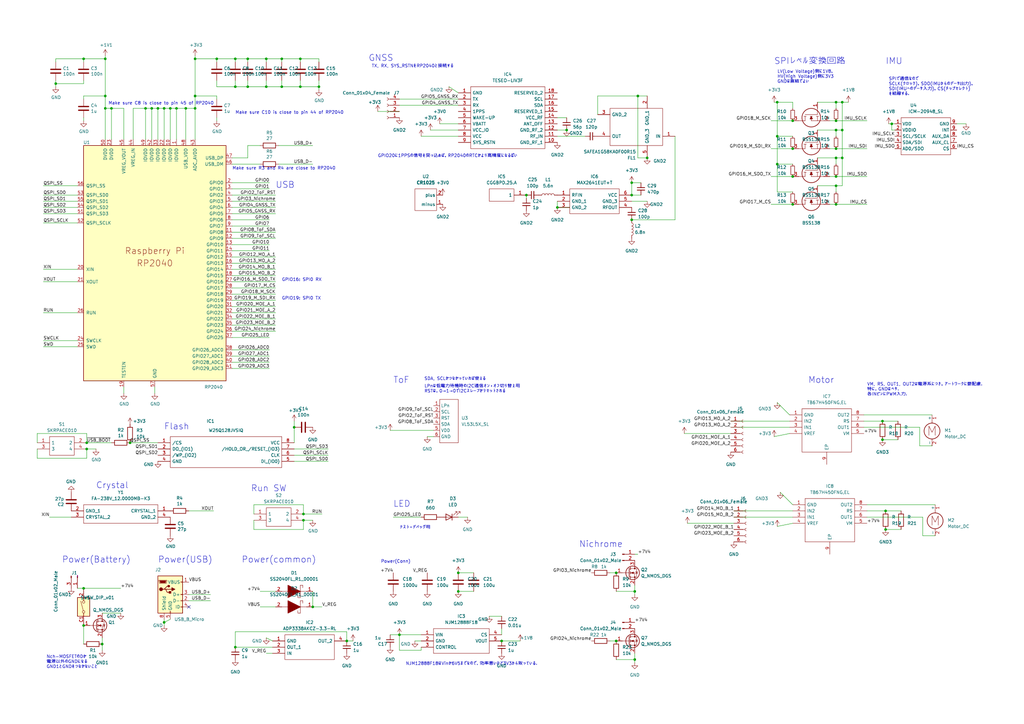
<source format=kicad_sch>
(kicad_sch (version 20211123) (generator eeschema)
  (paper "A3")
  (title_block (title "tanekonsat_2022_auto_runback") (company "DERC CanSat PJ") (comment 1 "Akio M"))
  (junction (at 342.9 41.91))
  (junction (at 43.18 24.13))
  (junction (at 215.9 80.01))
  (junction (at 163.83 260.35))
  (junction (at 361.95 180.34))
  (junction (at 142.24 262.89))
  (junction (at 325.12 83.82))
  (junction (at 109.22 35.56))
  (junction (at 22.86 34.29))
  (junction (at 101.6 24.13))
  (junction (at 318.77 55.88))
  (junction (at 130.81 35.56))
  (junction (at 59.69 44.45))
  (junction (at 80.01 44.45))
  (junction (at 53.34 181.61))
  (junction (at 345.44 53.34))
  (junction (at 88.9 24.13))
  (junction (at 342.9 49.53))
  (junction (at 80.01 24.13))
  (junction (at 325.12 49.53))
  (junction (at 325.12 60.96))
  (junction (at 43.18 44.45))
  (junction (at 187.96 234.95))
  (junction (at 318.77 67.31))
  (junction (at 124.46 210.82))
  (junction (at 232.41 53.34))
  (junction (at 265.43 64.77))
  (junction (at 41.91 264.16))
  (junction (at 318.77 41.91))
  (junction (at 109.22 24.13))
  (junction (at 123.19 35.56))
  (junction (at 260.35 242.57))
  (junction (at 345.44 64.77))
  (junction (at 115.57 35.56))
  (junction (at 342.9 83.82))
  (junction (at 34.29 24.13))
  (junction (at 96.52 24.13))
  (junction (at 260.35 270.51))
  (junction (at 64.77 44.45))
  (junction (at 365.76 50.8))
  (junction (at 363.22 217.17))
  (junction (at 187.96 242.57))
  (junction (at 342.9 76.2))
  (junction (at 342.9 72.39))
  (junction (at 62.23 44.45))
  (junction (at 67.31 255.27))
  (junction (at 128.27 248.92))
  (junction (at 259.08 90.17))
  (junction (at 115.57 24.13))
  (junction (at 96.52 35.56))
  (junction (at 43.18 39.37))
  (junction (at 363.22 209.55))
  (junction (at 361.95 172.72))
  (junction (at 72.39 44.45))
  (junction (at 120.65 175.26))
  (junction (at 34.29 256.54))
  (junction (at 35.56 184.15))
  (junction (at 76.2 44.45))
  (junction (at 261.62 39.37))
  (junction (at 228.6 85.09))
  (junction (at 342.9 53.34))
  (junction (at 34.29 241.3))
  (junction (at 69.85 44.45))
  (junction (at 205.74 262.89))
  (junction (at 123.19 24.13))
  (junction (at 345.44 41.91))
  (junction (at 325.12 72.39))
  (junction (at 252.73 234.95))
  (junction (at 96.52 265.43))
  (junction (at 124.46 213.36))
  (junction (at 342.9 60.96))
  (junction (at 67.31 44.45))
  (junction (at 259.08 80.01))
  (junction (at 259.08 74.93))
  (junction (at 45.72 44.45))
  (junction (at 252.73 262.89))
  (junction (at 80.01 39.37))
  (junction (at 35.56 181.61))
  (junction (at 342.9 64.77))
  (junction (at 101.6 35.56))
  (no_connect (at 77.47 248.92))
  (wire (pts (xy 17.78 110.49) (xy 31.75 110.49)))
  (wire (pts (xy 80.01 22.86) (xy 80.01 24.13)))
  (wire (pts (xy 95.25 107.95) (xy 113.03 107.95)))
  (wire (pts (xy 101.6 25.4) (xy 101.6 24.13)))
  (wire (pts (xy 104.14 217.17) (xy 104.14 213.36)))
  (wire (pts (xy 95.25 118.11) (xy 113.03 118.11)))
  (wire (pts (xy 96.52 35.56) (xy 88.9 35.56)))
  (wire (pts (xy 95.25 128.27) (xy 113.03 128.27)))
  (wire (pts (xy 35.56 177.8) (xy 15.24 177.8)))
  (wire (pts (xy 342.9 49.53) (xy 340.36 49.53)))
  (wire (pts (xy 250.19 234.95) (xy 252.73 234.95)))
  (wire (pts (xy 355.6 83.82) (xy 342.9 83.82)))
  (wire (pts (xy 50.8 158.75) (xy 50.8 161.29)))
  (wire (pts (xy 355.6 207.01) (xy 383.54 207.01)))
  (wire (pts (xy 15.24 177.8) (xy 15.24 181.61)))
  (wire (pts (xy 96.52 33.02) (xy 96.52 35.56)))
  (wire (pts (xy 365.76 53.34) (xy 365.76 50.8)))
  (wire (pts (xy 318.77 55.88) (xy 318.77 41.91)))
  (wire (pts (xy 128.27 248.92) (xy 132.08 248.92)))
  (wire (pts (xy 50.8 57.15) (xy 50.8 44.45)))
  (wire (pts (xy 364.49 50.8) (xy 365.76 50.8)))
  (wire (pts (xy 342.9 72.39) (xy 340.36 72.39)))
  (wire (pts (xy 15.24 187.96) (xy 15.24 184.15)))
  (wire (pts (xy 232.41 53.34) (xy 228.6 53.34)))
  (wire (pts (xy 320.04 201.93) (xy 325.12 207.01)))
  (wire (pts (xy 95.25 115.57) (xy 113.03 115.57)))
  (wire (pts (xy 95.25 105.41) (xy 113.03 105.41)))
  (wire (pts (xy 31.75 115.57) (xy 17.78 115.57)))
  (wire (pts (xy 299.72 172.72) (xy 323.85 172.72)))
  (wire (pts (xy 69.85 57.15) (xy 69.85 44.45)))
  (wire (pts (xy 300.99 209.55) (xy 325.12 209.55)))
  (wire (pts (xy 355.6 212.09) (xy 378.46 212.09)))
  (wire (pts (xy 114.3 59.69) (xy 128.27 59.69)))
  (wire (pts (xy 335.28 41.91) (xy 342.9 41.91)))
  (wire (pts (xy 163.83 40.64) (xy 187.96 40.64)))
  (wire (pts (xy 95.25 87.63) (xy 113.03 87.63)))
  (wire (pts (xy 128.27 213.36) (xy 124.46 213.36)))
  (wire (pts (xy 176.53 53.34) (xy 187.96 53.34)))
  (wire (pts (xy 109.22 24.13) (xy 115.57 24.13)))
  (wire (pts (xy 335.28 64.77) (xy 342.9 64.77)))
  (wire (pts (xy 354.33 175.26) (xy 377.19 175.26)))
  (wire (pts (xy 377.19 175.26) (xy 377.19 182.88)))
  (wire (pts (xy 41.91 266.7) (xy 41.91 264.16)))
  (wire (pts (xy 317.5 179.07) (xy 323.85 177.8)))
  (wire (pts (xy 96.52 24.13) (xy 101.6 24.13)))
  (wire (pts (xy 67.31 57.15) (xy 67.31 44.45)))
  (wire (pts (xy 31.75 76.2) (xy 17.78 76.2)))
  (wire (pts (xy 96.52 25.4) (xy 96.52 24.13)))
  (wire (pts (xy 342.9 64.77) (xy 345.44 64.77)))
  (wire (pts (xy 124.46 213.36) (xy 124.46 217.17)))
  (wire (pts (xy 67.31 255.27) (xy 67.31 256.54)))
  (wire (pts (xy 43.18 39.37) (xy 43.18 44.45)))
  (wire (pts (xy 77.47 243.84) (xy 86.36 243.84)))
  (wire (pts (xy 325.12 78.74) (xy 318.77 78.74)))
  (wire (pts (xy 134.62 184.15) (xy 120.65 184.15)))
  (wire (pts (xy 88.9 48.26) (xy 88.9 49.53)))
  (wire (pts (xy 187.96 234.95) (xy 194.31 234.95)))
  (wire (pts (xy 35.56 181.61) (xy 35.56 177.8)))
  (wire (pts (xy 62.23 57.15) (xy 62.23 44.45)))
  (wire (pts (xy 342.9 76.2) (xy 342.9 78.74)))
  (wire (pts (xy 76.2 57.15) (xy 76.2 44.45)))
  (wire (pts (xy 101.6 59.69) (xy 101.6 64.77)))
  (wire (pts (xy 67.31 254) (xy 67.31 255.27)))
  (wire (pts (xy 132.08 210.82) (xy 124.46 210.82)))
  (wire (pts (xy 260.35 270.51) (xy 260.35 267.97)))
  (wire (pts (xy 120.65 172.72) (xy 120.65 175.26)))
  (wire (pts (xy 101.6 35.56) (xy 109.22 35.56)))
  (wire (pts (xy 115.57 33.02) (xy 115.57 35.56)))
  (wire (pts (xy 34.29 39.37) (xy 43.18 39.37)))
  (wire (pts (xy 45.72 44.45) (xy 43.18 44.45)))
  (wire (pts (xy 77.47 246.38) (xy 86.36 246.38)))
  (wire (pts (xy 187.96 242.57) (xy 194.31 242.57)))
  (wire (pts (xy 95.25 64.77) (xy 101.6 64.77)))
  (wire (pts (xy 361.95 172.72) (xy 368.3 172.72)))
  (wire (pts (xy 49.53 251.46) (xy 41.91 251.46)))
  (wire (pts (xy 109.22 261.62) (xy 111.76 262.89)))
  (wire (pts (xy 215.9 81.28) (xy 215.9 80.01)))
  (wire (pts (xy 325.12 44.45) (xy 325.12 41.91)))
  (wire (pts (xy 361.95 172.72) (xy 354.33 172.72)))
  (wire (pts (xy 124.46 207.01) (xy 124.46 210.82)))
  (wire (pts (xy 163.83 43.18) (xy 187.96 43.18)))
  (wire (pts (xy 123.19 35.56) (xy 130.81 35.56)))
  (wire (pts (xy 80.01 39.37) (xy 80.01 44.45)))
  (wire (pts (xy 120.65 175.26) (xy 120.65 181.61)))
  (wire (pts (xy 95.25 143.51) (xy 110.49 143.51)))
  (wire (pts (xy 43.18 24.13) (xy 43.18 39.37)))
  (wire (pts (xy 72.39 44.45) (xy 76.2 44.45)))
  (wire (pts (xy 80.01 39.37) (xy 88.9 39.37)))
  (wire (pts (xy 342.9 60.96) (xy 340.36 60.96)))
  (wire (pts (xy 228.6 55.88) (xy 240.03 55.88)))
  (wire (pts (xy 96.52 259.08) (xy 142.24 259.08)))
  (wire (pts (xy 114.3 67.31) (xy 128.27 67.31)))
  (wire (pts (xy 355.6 49.53) (xy 342.9 49.53)))
  (wire (pts (xy 191.77 212.09) (xy 187.96 212.09)))
  (wire (pts (xy 115.57 25.4) (xy 115.57 24.13)))
  (wire (pts (xy 325.12 41.91) (xy 318.77 41.91)))
  (wire (pts (xy 130.81 25.4) (xy 130.81 24.13)))
  (wire (pts (xy 76.2 44.45) (xy 80.01 44.45)))
  (wire (pts (xy 335.28 53.34) (xy 342.9 53.34)))
  (wire (pts (xy 43.18 22.86) (xy 43.18 24.13)))
  (wire (pts (xy 228.6 85.09) (xy 233.68 85.09)))
  (wire (pts (xy 128.27 242.57) (xy 128.27 248.92)))
  (wire (pts (xy 63.5 158.75) (xy 63.5 161.29)))
  (wire (pts (xy 299.72 175.26) (xy 323.85 175.26)))
  (wire (pts (xy 123.19 25.4) (xy 123.19 24.13)))
  (wire (pts (xy 280.67 177.8) (xy 299.72 177.8)))
  (wire (pts (xy 95.25 67.31) (xy 106.68 67.31)))
  (wire (pts (xy 22.86 25.4) (xy 22.86 24.13)))
  (wire (pts (xy 101.6 35.56) (xy 96.52 35.56)))
  (wire (pts (xy 67.31 44.45) (xy 69.85 44.45)))
  (wire (pts (xy 345.44 53.34) (xy 345.44 64.77)))
  (wire (pts (xy 64.77 44.45) (xy 67.31 44.45)))
  (wire (pts (xy 95.25 130.81) (xy 113.03 130.81)))
  (wire (pts (xy 35.56 187.96) (xy 15.24 187.96)))
  (wire (pts (xy 95.25 146.05) (xy 110.49 146.05)))
  (wire (pts (xy 245.11 46.99) (xy 245.11 39.37)))
  (wire (pts (xy 95.25 120.65) (xy 113.03 120.65)))
  (wire (pts (xy 378.46 219.71) (xy 383.54 219.71)))
  (wire (pts (xy 95.25 135.89) (xy 113.03 135.89)))
  (wire (pts (xy 124.46 207.01) (xy 104.14 207.01)))
  (wire (pts (xy 80.01 24.13) (xy 80.01 39.37)))
  (wire (pts (xy 17.78 87.63) (xy 31.75 87.63)))
  (wire (pts (xy 62.23 44.45) (xy 64.77 44.45)))
  (wire (pts (xy 124.46 217.17) (xy 104.14 217.17)))
  (wire (pts (xy 95.25 123.19) (xy 113.03 123.19)))
  (wire (pts (xy 88.9 25.4) (xy 88.9 24.13)))
  (wire (pts (xy 59.69 57.15) (xy 59.69 44.45)))
  (wire (pts (xy 345.44 76.2) (xy 345.44 64.77)))
  (wire (pts (xy 355.6 72.39) (xy 342.9 72.39)))
  (wire (pts (xy 318.77 78.74) (xy 318.77 67.31)))
  (wire (pts (xy 22.86 34.29) (xy 34.29 34.29)))
  (wire (pts (xy 115.57 35.56) (xy 123.19 35.56)))
  (wire (pts (xy 34.29 48.26) (xy 34.29 49.53)))
  (wire (pts (xy 335.28 76.2) (xy 342.9 76.2)))
  (wire (pts (xy 101.6 33.02) (xy 101.6 35.56)))
  (wire (pts (xy 34.29 34.29) (xy 34.29 33.02)))
  (wire (pts (xy 106.68 242.57) (xy 113.03 242.57)))
  (wire (pts (xy 104.14 207.01) (xy 104.14 210.82)))
  (wire (pts (xy 17.78 80.01) (xy 31.75 80.01)))
  (wire (pts (xy 96.52 265.43) (xy 96.52 259.08)))
  (wire (pts (xy 276.86 55.88) (xy 276.86 90.17)))
  (wire (pts (xy 72.39 44.45) (xy 72.39 57.15)))
  (wire (pts (xy 345.44 41.91) (xy 342.9 41.91)))
  (wire (pts (xy 101.6 59.69) (xy 106.68 59.69)))
  (wire (pts (xy 88.9 24.13) (xy 96.52 24.13)))
  (wire (pts (xy 39.37 184.15) (xy 35.56 184.15)))
  (wire (pts (xy 259.08 74.93) (xy 262.89 74.93)))
  (wire (pts (xy 80.01 44.45) (xy 80.01 57.15)))
  (wire (pts (xy 95.25 80.01) (xy 113.03 80.01)))
  (wire (pts (xy 363.22 209.55) (xy 369.57 209.55)))
  (wire (pts (xy 69.85 254) (xy 67.31 255.27)))
  (wire (pts (xy 95.25 100.33) (xy 110.49 100.33)))
  (wire (pts (xy 31.75 91.44) (xy 17.78 91.44)))
  (wire (pts (xy 45.72 181.61) (xy 35.56 181.61)))
  (wire (pts (xy 95.25 148.59) (xy 110.49 148.59)))
  (wire (pts (xy 95.25 113.03) (xy 113.03 113.03)))
  (wire (pts (xy 20.32 212.09) (xy 29.21 212.09)))
  (wire (pts (xy 95.25 97.79) (xy 113.03 97.79)))
  (wire (pts (xy 342.9 76.2) (xy 345.44 76.2)))
  (wire (pts (xy 109.22 24.13) (xy 109.22 25.4)))
  (wire (pts (xy 109.22 35.56) (xy 115.57 35.56)))
  (wire (pts (xy 261.62 64.77) (xy 261.62 39.37)))
  (wire (pts (xy 77.47 209.55) (xy 87.63 209.55)))
  (wire (pts (xy 34.29 241.3) (xy 31.75 241.3)))
  (wire (pts (xy 95.25 92.71) (xy 110.49 92.71)))
  (wire (pts (xy 95.25 133.35) (xy 113.03 133.35)))
  (wire (pts (xy 22.86 33.02) (xy 22.86 34.29)))
  (wire (pts (xy 265.43 82.55) (xy 259.08 82.55)))
  (wire (pts (xy 205.74 257.81) (xy 205.74 260.35)))
  (wire (pts (xy 345.44 41.91) (xy 345.44 53.34)))
  (wire (pts (xy 31.75 142.24) (xy 17.78 142.24)))
  (wire (pts (xy 347.98 41.91) (xy 345.44 41.91)))
  (wire (pts (xy 363.22 209.55) (xy 355.6 209.55)))
  (wire (pts (xy 260.35 243.84) (xy 260.35 242.57)))
  (wire (pts (xy 106.68 248.92) (xy 113.03 248.92)))
  (wire (pts (xy 180.34 50.8) (xy 187.96 50.8)))
  (wire (pts (xy 300.99 212.09) (xy 325.12 212.09)))
  (wire (pts (xy 367.03 53.34) (xy 365.76 53.34)))
  (wire (pts (xy 142.24 259.08) (xy 142.24 262.89)))
  (wire (pts (xy 172.72 55.88) (xy 187.96 55.88)))
  (wire (pts (xy 95.25 95.25) (xy 113.03 95.25)))
  (wire (pts (xy 88.9 33.02) (xy 88.9 35.56)))
  (wire (pts (xy 34.29 256.54) (xy 34.29 264.16)))
  (wire (pts (xy 259.08 74.93) (xy 259.08 80.01)))
  (wire (pts (xy 170.18 262.89) (xy 172.72 262.89)))
  (wire (pts (xy 318.77 67.31) (xy 318.77 55.88)))
  (wire (pts (xy 34.29 40.64) (xy 34.29 39.37)))
  (wire (pts (xy 184.15 35.56) (xy 187.96 38.1)))
  (wire (pts (xy 80.01 24.13) (xy 88.9 24.13)))
  (wire (pts (xy 95.25 74.93) (xy 110.49 74.93)))
  (wire (pts (xy 154.94 45.72) (xy 163.83 45.72)))
  (wire (pts (xy 95.25 90.17) (xy 110.49 90.17)))
  (wire (pts (xy 163.83 266.7) (xy 163.83 260.35)))
  (wire (pts (xy 316.23 49.53) (xy 325.12 49.53)))
  (wire (pts (xy 17.78 82.55) (xy 31.75 82.55)))
  (wire (pts (xy 160.02 260.35) (xy 163.83 260.35)))
  (wire (pts (xy 200.66 252.73) (xy 205.74 252.73)))
  (wire (pts (xy 31.75 139.7) (xy 17.78 139.7)))
  (wire (pts (xy 88.9 40.64) (xy 88.9 39.37)))
  (wire (pts (xy 101.6 24.13) (xy 109.22 24.13)))
  (wire (pts (xy 342.9 41.91) (xy 342.9 44.45)))
  (wire (pts (xy 252.73 242.57) (xy 260.35 242.57)))
  (wire (pts (xy 95.25 85.09) (xy 113.03 85.09)))
  (wire (pts (xy 245.11 39.37) (xy 261.62 39.37)))
  (wire (pts (xy 378.46 212.09) (xy 378.46 219.71)))
  (wire (pts (xy 318.77 41.91) (xy 317.5 41.91)))
  (wire (pts (xy 17.78 85.09) (xy 31.75 85.09)))
  (wire (pts (xy 95.25 110.49) (xy 113.03 110.49)))
  (wire (pts (xy 45.72 57.15) (xy 45.72 44.45)))
  (wire (pts (xy 50.8 44.45) (xy 45.72 44.45)))
  (wire (pts (xy 43.18 44.45) (xy 43.18 57.15)))
  (wire (pts (xy 69.85 44.45) (xy 72.39 44.45)))
  (wire (pts (xy 163.83 260.35) (xy 172.72 260.35)))
  (wire (pts (xy 172.72 266.7) (xy 163.83 266.7)))
  (wire (pts (xy 54.61 57.15) (xy 54.61 44.45)))
  (wire (pts (xy 95.25 125.73) (xy 113.03 125.73)))
  (wire (pts (xy 175.26 179.07) (xy 177.8 179.07)))
  (wire (pts (xy 259.08 80.01) (xy 262.89 80.01)))
  (wire (pts (xy 396.24 50.8) (xy 392.43 50.8)))
  (wire (pts (xy 95.25 77.47) (xy 110.49 77.47)))
  (wire (pts (xy 325.12 55.88) (xy 318.77 55.88)))
  (wire (pts (xy 123.19 33.02) (xy 123.19 35.56)))
  (wire (pts (xy 250.19 262.89) (xy 252.73 262.89)))
  (wire (pts (xy 54.61 44.45) (xy 59.69 44.45)))
  (wire (pts (xy 205.74 262.89) (xy 213.36 262.89)))
  (wire (pts (xy 363.22 217.17) (xy 369.57 217.17)))
  (wire (pts (xy 134.62 189.23) (xy 120.65 189.23)))
  (wire (pts (xy 316.23 83.82) (xy 325.12 83.82)))
  (wire (pts (xy 342.9 53.34) (xy 345.44 53.34)))
  (wire (pts (xy 325.12 67.31) (xy 318.77 67.31)))
  (wire (pts (xy 261.62 227.33) (xy 260.35 227.33)))
  (wire (pts (xy 316.23 60.96) (xy 325.12 60.96)))
  (wire (pts (xy 34.29 25.4) (xy 34.29 24.13)))
  (wire (pts (xy 228.6 82.55) (xy 228.6 85.09)))
  (wire (pts (xy 49.53 241.3) (xy 34.29 241.3)))
  (wire (pts (xy 31.75 128.27) (xy 17.78 128.27)))
  (wire (pts (xy 95.25 102.87) (xy 110.49 102.87)))
  (wire (pts (xy 115.57 24.13) (xy 123.19 24.13)))
  (wire (pts (xy 318.77 165.1) (xy 323.85 170.18)))
  (wire (pts (xy 142.24 262.89) (xy 144.78 262.89)))
  (wire (pts (xy 342.9 53.34) (xy 342.9 55.88)))
  (wire (pts (xy 22.86 24.13) (xy 34.29 24.13)))
  (wire (pts (xy 342.9 64.77) (xy 342.9 67.31)))
  (wire (pts (xy 130.81 33.02) (xy 130.81 35.56)))
  (wire (pts (xy 259.08 90.17) (xy 276.86 90.17)))
  (wire (pts (xy 123.19 24.13) (xy 130.81 24.13)))
  (wire (pts (xy 260.35 242.57) (xy 260.35 240.03)))
  (wire (pts (xy 281.94 214.63) (xy 300.99 214.63)))
  (wire (pts (xy 95.25 138.43) (xy 110.49 138.43)))
  (wire (pts (xy 232.41 48.26) (xy 228.6 48.26)))
  (wire (pts (xy 160.02 176.53) (xy 177.8 176.53)))
  (wire (pts (xy 355.6 60.96) (xy 342.9 60.96)))
  (wire (pts (xy 130.81 35.56) (xy 130.81 36.83)))
  (wire (pts (xy 35.56 184.15) (xy 35.56 187.96)))
  (wire (pts (xy 22.86 34.29) (xy 22.86 35.56)))
  (wire (pts (xy 109.22 267.97) (xy 111.76 267.97)))
  (wire (pts (xy 265.43 64.77) (xy 261.62 64.77)))
  (wire (pts (xy 260.35 271.78) (xy 260.35 270.51)))
  (wire (pts (xy 41.91 264.16) (xy 41.91 261.62)))
  (wire (pts (xy 96.52 265.43) (xy 111.76 265.43)))
  (wire (pts (xy 53.34 181.61) (xy 64.77 181.61)))
  (wire (pts (xy 34.29 24.13) (xy 43.18 24.13)))
  (wire (pts (xy 172.72 265.43) (xy 172.72 266.7)))
  (wire (pts (xy 361.95 180.34) (xy 368.3 180.34)))
  (wire (pts (xy 109.22 33.02) (xy 109.22 35.56)))
  (wire (pts (xy 316.23 72.39) (xy 325.12 72.39)))
  (wire (pts (xy 252.73 270.51) (xy 260.35 270.51)))
  (wire (pts (xy 134.62 186.69) (xy 120.65 186.69)))
  (wire (pts (xy 377.19 182.88) (xy 382.27 182.88)))
  (wire (pts (xy 64.77 57.15) (xy 64.77 44.45)))
  (wire (pts (xy 95.25 82.55) (xy 113.03 82.55)))
  (wire (pts (xy 318.77 215.9) (xy 325.12 214.63)))
  (wire (pts (xy 95.25 151.13) (xy 110.49 151.13)))
  (wire (pts (xy 342.9 83.82) (xy 340.36 83.82)))
  (wire (pts (xy 261.62 39.37) (xy 265.43 39.37)))
  (wire (pts (xy 365.76 50.8) (xy 367.03 50.8)))
  (wire (pts (xy 161.29 212.09) (xy 172.72 212.09)))
  (wire (pts (xy 59.69 44.45) (xy 62.23 44.45)))
  (wire (pts (xy 354.33 170.18) (xy 382.27 170.18)))
  (text "LV(Low Voltage)側に1V8，\nHV(High Voltage)側に3V3\nGNDは直結でよい" (at 318.77 34.29 0) (effects (font (size 1.27 1.27)) (justify left bottom)))
  (text "SPIレベル変換回路" (at 317.5 26.67 0) (effects (font (size 2.54 2.54)) (justify left bottom)))
  (text "SPIで通信なので\nSCLK(クロック)，SDO(IMUからのデータ出力)，\nSDI(IMUへのデータ入力)，CS(チップセレクト)\nを結線する．" (at 364.49 39.37 0) (effects (font (size 1.27 1.27)) (justify left bottom)))
  (text "LPnは低電力待機時のI2C通信オン・オフ切り替え用\nRSTは，0→1→0でI2Cスレーブがリセットされる" (at 173.99 161.29 0) (effects (font (size 1.27 1.27)) (justify left bottom)))
  (text "SDA, SCLがつながっていれば使える" (at 173.99 156.21 0) (effects (font (size 1.27 1.27)) (justify left bottom)))
  (text "Power(Conn)" (at 156.21 231.14 0) (effects (font (size 1.27 1.27)) (justify left bottom)))
  (text "Nch-MOSFETのDが\n電源以外のGNDになる\nGND1とGNDをつながないこと" (at 19.05 274.32 0) (effects (font (size 1.27 1.27)) (justify left bottom)))
  (text "GNSS" (at 151.13 25.4 0) (effects (font (size 2.54 2.54)) (justify left bottom)))
  (text "GPIO19: SPI0 TX" (at 115.57 123.19 0) (effects (font (size 1.27 1.27)) (justify left bottom)))
  (text "Make sure C10 is close to pin 44 of RP2040" (at 96.52 46.99 0) (effects (font (size 1.27 1.27)) (justify left bottom)))
  (text "Motor" (at 331.47 157.48 0) (effects (font (size 2.54 2.54)) (justify left bottom)))
  (text "LED" (at 161.29 208.28 0) (effects (font (size 2.54 2.54)) (justify left bottom)))
  (text "テスト・デバッグ用" (at 163.83 217.17 0) (effects (font (size 1.27 1.27)) (justify left bottom)))
  (text "NJM12888F18はVinが6V5までなので，効率悪いけど3V3から取っている．" (at 166.37 273.05 0) (effects (font (size 1.27 1.27)) (justify left bottom)))
  (text "Nichrome" (at 237.49 224.79 0) (effects (font (size 2.54 2.54)) (justify left bottom)))
  (text "Make sure R3 and R4 are close to RP2040" (at 95.25 69.85 0) (effects (font (size 1.27 1.27)) (justify left bottom)))
  (text "TX, RX, SYS_RSTNをRP2040と接続する" (at 152.4 27.94 0) (effects (font (size 1.27 1.27)) (justify left bottom)))
  (text "GPIO20に1PPSの信号を突っ込めば，RP2040のRTCがより高精度になるぽい" (at 154.94 64.77 0) (effects (font (size 1.27 1.27)) (justify left bottom)))
  (text "Power(common)" (at 99.06 231.14 0) (effects (font (size 2.54 2.54)) (justify left bottom)))
  (text "ToF" (at 161.29 157.48 0) (effects (font (size 2.54 2.54)) (justify left bottom)))
  (text "GPIO16: SPI0 RX" (at 115.57 115.57 0) (effects (font (size 1.27 1.27)) (justify left bottom)))
  (text "VM, RS, OUT1, OUT2は電源系につき，アートワークに要配慮．\n特に，GNDはベタ．\n各INピンにPWM入力．" (at 355.6 162.56 0) (effects (font (size 1.27 1.27)) (justify left bottom)))
  (text "Flash" (at 67.31 176.53 0) (effects (font (size 2.54 2.54)) (justify left bottom)))
  (text "USB" (at 113.03 77.47 0) (effects (font (size 2.56 2.56)) (justify left bottom)))
  (text "Make sure C8 is close to pin 45 of RP2040" (at 44.45 43.18 0) (effects (font (size 1.27 1.27)) (justify left bottom)))
  (text "Run SW" (at 102.87 201.93 0) (effects (font (size 2.56 2.56)) (justify left bottom)))
  (text "Power(Battery)" (at 25.4 231.14 0) (effects (font (size 2.54 2.54)) (justify left bottom)))
  (text "Crystal" (at 39.37 200.66 0) (effects (font (size 2.54 2.54)) (justify left bottom)))
  (text "Power(USB)" (at 64.77 231.14 0) (effects (font (size 2.54 2.54)) (justify left bottom)))
  (text "IMU" (at 363.22 26.67 0) (effects (font (size 2.54 2.54)) (justify left bottom)))
  (label "GPIO9_ToF_SCL" (at 177.8 168.91 180))
  (label "+7V4" (at 106.68 242.57 180))
  (label "GPIO25_LED" (at 161.29 212.09 0))
  (label "USB_D-" (at 86.36 246.38 180))
  (label "IMU_SDO" (at 367.03 60.96 180))
  (label "GPIO1" (at 110.49 77.47 180))
  (label "XIN" (at 20.32 212.09 180))
  (label "GPIO5_GNSS_RX" (at 187.96 40.64 180))
  (label "GPIO25_LED" (at 110.49 138.43 180))
  (label "GPIO11" (at 110.49 102.87 180))
  (label "XIN" (at 17.78 110.49 0))
  (label "XOUT" (at 87.63 209.55 180))
  (label "GPIO13_MO_A_2" (at 299.72 175.26 180))
  (label "GPIO21_MOE_A_2" (at 113.03 128.27 180))
  (label "GPIO15_MO_B_2" (at 113.03 113.03 180))
  (label "IMU_SCLK" (at 367.03 55.88 180))
  (label "QSPI_SCLK" (at 17.78 91.44 0))
  (label "GPIO3_Nichrome" (at 113.03 82.55 180))
  (label "QSPI_SD2" (at 64.77 186.69 180))
  (label "+7V4" (at 260.35 255.27 0))
  (label "IMU_CS" (at 392.43 60.96 0))
  (label "+7V4" (at 161.29 234.95 180))
  (label "GPIO14_MO_B_1" (at 300.99 209.55 180))
  (label "GPIO8_ToF_SDA" (at 113.03 95.25 180))
  (label "GPIO18_M_SCK" (at 113.03 120.65 180))
  (label "GPIO8_ToF_SDA" (at 177.8 173.99 180))
  (label "GPIO22_MOE_B_1" (at 113.03 130.81 180))
  (label "GPIO20_MOE_A_1" (at 113.03 125.73 180))
  (label "GPIO24_Nichrome" (at 242.57 262.89 180))
  (label "SWD" (at 17.78 142.24 0))
  (label "RUN" (at 17.78 128.27 0))
  (label "+7V4" (at 261.62 227.33 0))
  (label "GPIO24_Nichrome" (at 113.03 135.89 180))
  (label "XOUT" (at 17.78 115.57 0))
  (label "GPIO2_ToF_RST" (at 113.03 80.01 180))
  (label "USB_D+" (at 86.36 243.84 180))
  (label "GPIO21_MOE_A_1" (at 299.72 180.34 180))
  (label "+7V4" (at 49.53 241.3 0))
  (label "GPIO16_M_SDO_TX" (at 316.23 72.39 180))
  (label "GPIO19_M_SDI_RX" (at 113.03 123.19 180))
  (label "GPIO3_Nichrome" (at 242.57 234.95 180))
  (label "IMU_CS" (at 355.6 83.82 180))
  (label "GPIO28_ADC2" (at 110.49 148.59 180))
  (label "QSPI_SS" (at 53.34 181.61 0))
  (label "VBUS" (at 106.68 248.92 180))
  (label "QSPI_SD1" (at 64.77 184.15 180))
  (label "QSPI_SD0" (at 17.78 80.01 0))
  (label "GPIO18_M_SCK" (at 316.23 49.53 180))
  (label "QSPI_SD3" (at 134.62 184.15 180))
  (label "GPIO17_M_CS" (at 316.23 83.82 180))
  (label "V_REG" (at 132.08 248.92 0))
  (label "QSPI_SCLK" (at 134.62 186.69 180))
  (label "GPIO10" (at 110.49 100.33 180))
  (label "QSPI_SD1" (at 17.78 82.55 0))
  (label "IMU_SDO" (at 355.6 72.39 180))
  (label "GPIO0" (at 110.49 74.93 180))
  (label "V_REG" (at 109.22 267.97 180))
  (label "GPIO6" (at 110.49 90.17 180))
  (label "GPIO15_MO_B_2" (at 300.99 212.09 180))
  (label "GPIO9_ToF_SCL" (at 113.03 97.79 180))
  (label "GPIO13_MO_A_2" (at 113.03 107.95 180))
  (label "USB_D+" (at 128.27 59.69 180))
  (label "GPIO29_ADC3" (at 110.49 151.13 180))
  (label "QSPI_SD2" (at 17.78 85.09 0))
  (label "GPIO27_ADC1" (at 110.49 146.05 180))
  (label "GPIO19_M_SDI_RX" (at 316.23 60.96 180))
  (label "+7V4" (at 355.6 214.63 0))
  (label "GPIO16_M_SDO_TX" (at 113.03 115.57 180))
  (label "SWCLK" (at 17.78 139.7 0))
  (label "GPIO5_GNSS_RX" (at 113.03 87.63 180))
  (label "+7V4" (at 354.33 177.8 0))
  (label "QSPI_SD3" (at 17.78 87.63 0))
  (label "~{USB_BOOT}" (at 35.56 181.61 0))
  (label "GPIO23_MOE_B_2" (at 300.99 219.71 180))
  (label "GPIO4_GNSS_TX" (at 187.96 43.18 180))
  (label "GPIO23_MOE_B_2" (at 113.03 133.35 180))
  (label "GPIO7" (at 110.49 92.71 180))
  (label "IMU_SCLK" (at 355.6 49.53 180))
  (label "GPIO14_MO_B_1" (at 113.03 110.49 180))
  (label "QSPI_SD0" (at 134.62 189.23 180))
  (label "GPIO17_M_CS" (at 113.03 118.11 180))
  (label "GPIO20_MOE_A_2" (at 299.72 182.88 180))
  (label "IMU_SDI" (at 355.6 60.96 180))
  (label "QSPI_SS" (at 17.78 76.2 0))
  (label "IMU_SDI" (at 367.03 58.42 180))
  (label "GPIO2_ToF_RST" (at 177.8 171.45 180))
  (label "RUN" (at 132.08 210.82 180))
  (label "V_REG" (at 175.26 234.95 180))
  (label "GPIO4_GNSS_TX" (at 113.03 85.09 180))
  (label "VBUS" (at 77.47 238.76 0))
  (label "GPIO26_ADC0" (at 110.49 143.51 180))
  (label "GPIO13_MO_A_2" (at 299.72 172.72 180))
  (label "USB_D-" (at 128.27 67.31 180))
  (label "GPIO22_MOE_B_1" (at 300.99 217.17 180))
  (label "GPIO12_MO_A_1" (at 113.03 105.41 180))
  (symbol (lib_id "power:GND") (at 64.77 189.23 0) (unit 1)
    (property "Reference" "#PWR012" (effects hide))
    (property "Value" "GND" (at 60.96 190.5 0))
  )
  (symbol (lib_id "power:+3V3") (at 80.01 22.86 0) (unit 1)
    (property "Reference" "#PWR015" (effects hide))
    (property "Value" "+3V3" (at 80.391 18.4658 0))
  )
  (symbol (lib_id "Device:C_Small") (at 96.52 267.97 0) (unit 1)
    (property "Reference" "C9" (at 99.06 266.7062 0) (effects (justify left)))
    (property "Value" "1u" (at 99.06 269.2462 0) (effects (justify left)))
    (property "Footprint" "Capacitor_SMD:C_0402_1005Metric" (effects hide))
    (property "LCSC" "C52923" (effects hide))
  )
  (symbol (lib_id "power:+3V3") (at 317.5 179.07 0) (unit 1)
    (property "Reference" "#PWR052" (effects hide))
    (property "Value" "+3V3" (at 313.69 177.8 0))
  )
  (symbol (lib_id "power:GND1") (at 29.21 241.3 0) (unit 1)
    (property "Reference" "#PWR03" (effects hide))
    (property "Value" "GND1" (at 26.67 243.84 0))
  )
  (symbol (lib_id "power:+3V3") (at 53.34 173.99 0) (unit 1)
    (property "Reference" "#PWR010" (effects hide))
    (property "Value" "+3V3" (at 57.15 172.72 0))
  )
  (symbol (lib_id "Device:R") (at 110.49 59.69 270) (unit 1)
    (property "Reference" "R5" (at 110.49 54.4322 90))
    (property "Value" "27" (at 110.49 56.7436 90))
    (property "Footprint" "Resistor_SMD:R_0402_1005Metric" (effects hide))
    (property "LCSC" "C25771" (effects hide))
  )
  (symbol (lib_id "Device:R") (at 73.66 209.55 270) (unit 1)
    (property "Reference" "R4" (at 73.66 204.2922 90))
    (property "Value" "1k" (at 73.66 206.6036 90))
    (property "Footprint" "Resistor_SMD:R_0402_1005Metric" (effects hide))
    (property "LCSC" "C11702" (effects hide))
  )
  (symbol (lib_id "Device:R") (at 368.3 176.53 0) (mirror x) (unit 1)
    (property "Reference" "R20" (at 370.84 177.8001 0) (effects (justify left)))
    (property "Value" "R" (at 370.84 175.2601 0) (effects (justify left)))
    (property "Footprint" "Resistor_SMD:R_0603_1608Metric_Pad0.98x0.95mm_HandSolder" (effects hide))
  )
  (symbol (lib_id "power:+3V3") (at 280.67 177.8 0) (unit 1)
    (property "Reference" "#PWR064" (effects hide))
    (property "Value" "+3V3" (at 280.67 172.72 0))
  )
  (symbol (lib_id "power:GND") (at 260.35 243.84 0) (unit 1)
    (property "Reference" "#PWR046" (effects hide))
    (property "Value" "GND" (at 260.35 248.92 0))
  )
  (symbol (lib_id "Device:C") (at 101.6 29.21 0) (unit 1)
    (property "Reference" "C10" (at 104.521 28.0416 0) (effects (justify left)))
    (property "Value" "100n" (at 104.521 30.353 0) (effects (justify left)))
    (property "Footprint" "Capacitor_SMD:C_0402_1005Metric" (effects hide))
    (property "LCSC" "C1525" (effects hide))
  )
  (symbol (lib_name "Conn_01x02_Male_1") (lib_id "Connector:Conn_01x02_Male") (at 255.27 255.27 0) (unit 1)
    (property "Reference" "J4" (at 251.46 255.27 0))
    (property "Value" "Conn_01x02_Male" (at 246.38 257.81 0))
    (property "Footprint" "Connector_PinHeader_2.00mm:PinHeader_1x02_P2.00mm_Vertical" (effects hide))
  )
  (symbol (lib_id "Device:LED") (at 184.15 212.09 180) (unit 1)
    (property "Reference" "D3" (at 185.7375 204.47 0))
    (property "Value" "LED" (at 185.7375 207.01 0))
    (property "Footprint" "Capacitor_SMD:C_0603_1608Metric_Pad1.08x0.95mm_HandSolder" (effects hide))
  )
  (symbol (lib_id "power:GND3") (at 318.77 165.1 0) (unit 1)
    (property "Reference" "#PWR053" (effects hide))
    (property "Value" "GND3" (at 313.69 167.64 0))
  )
  (symbol (lib_id "SamacSys_Parts:CGGBPD.25.A") (at 215.9 80.01 180) (unit 1)
    (property "Reference" "IC5" (at 205.74 72.39 0))
    (property "Value" "CGGBPD.25.A" (at 205.74 74.93 0))
    (property "Footprint" "SamacSys_Parts:CGGBPD25A" (effects hide))
    (property "Datasheet" "https://cdn.taoglas.com/datasheets/CGGBP.25.4.A.02.pdf" (effects hide))
    (property "Description" "EVAL BOARD GPS/GLONASS/BEIDOU" (effects hide))
    (property "Height" "5.4" (effects hide))
    (property "Manufacturer_Name" "Taoglas" (effects hide))
    (property "Manufacturer_Part_Number" "CGGBPD.25.A" (effects hide))
    (property "Mouser Part Number" "960-CGGBPD.25.A" (effects hide))
    (property "Mouser Price/Stock" "https://www.mouser.co.uk/ProductDetail/Taoglas/CGGBPD25A?qs=gQGbhTXPkfgXlaXTNwnwuA%3D%3D" (effects hide))
  )
  (symbol (lib_id "SamacSys_Parts:BSS138") (at 335.28 41.91 90) (mirror x) (unit 1)
    (property "Reference" "Q3" (at 332.74 54.61 90))
    (property "Value" "BSS138" (at 332.74 57.15 90))
    (property "Footprint" "SamacSys_Parts:SOT95P240X120-3N" (effects hide))
    (property "Datasheet" "https://www.onsemi.com/pub/Collateral/BSS138-D.PDF" (effects hide))
    (property "Description" "N-channel MOSFET,BSS138 0.2A 50V" (effects hide))
    (property "Height" "1.2" (effects hide))
    (property "Manufacturer_Name" "onsemi" (effects hide))
    (property "Manufacturer_Part_Number" "BSS138" (effects hide))
    (property "Mouser Part Number" "512-BSS138" (effects hide))
    (property "Mouser Price/Stock" "https://www.mouser.co.uk/ProductDetail/ON-Semiconductor-Fairchild/BSS138?qs=HK%252BeIG1iaahCeqBvjB4arg%3D%3D" (effects hide))
    (property "Arrow Part Number" "BSS138" (effects hide))
    (property "Arrow Price/Stock" "https://www.arrow.com/en/products/bss138/on-semiconductor" (effects hide))
  )
  (symbol (lib_id "power:GND") (at 67.31 256.54 0) (unit 1)
    (property "Reference" "#PWR013" (effects hide))
    (property "Value" "GND" (at 64.77 256.54 0))
  )
  (symbol (lib_id "power:GND") (at 191.77 212.09 0) (unit 1)
    (property "Reference" "#PWR038" (effects hide))
    (property "Value" "GND" (at 191.77 217.17 0))
  )
  (symbol (lib_id "power:GND") (at 29.21 201.93 180) (unit 1)
    (property "Reference" "#PWR02" (effects hide))
    (property "Value" "GND" (at 29.083 197.5358 0))
  )
  (symbol (lib_id "Device:C") (at 187.96 238.76 0) (unit 1)
    (property "Reference" "C20" (at 191.77 237.4899 0) (effects (justify left)))
    (property "Value" "100u" (at 191.77 240.0299 0) (effects (justify left)))
    (property "Footprint" "Capacitor_SMD:C_1206_3216Metric" (effects hide))
    (property "LCSC" "C15008" (effects hide))
  )
  (symbol (lib_id "Device:C") (at 34.29 44.45 0) (unit 1)
    (property "Reference" "C4" (at 37.211 43.2816 0) (effects (justify left)))
    (property "Value" "1u" (at 37.211 45.593 0) (effects (justify left)))
    (property "Footprint" "Capacitor_SMD:C_0402_1005Metric" (effects hide))
    (property "LCSC" "C52923" (effects hide))
  )
  (symbol (lib_id "Device:C") (at 34.29 29.21 0) (unit 1)
    (property "Reference" "C3" (at 37.211 28.0416 0) (effects (justify left)))
    (property "Value" "100n" (at 37.211 30.353 0) (effects (justify left)))
    (property "Footprint" "Capacitor_SMD:C_0402_1005Metric" (effects hide))
    (property "LCSC" "C1525" (effects hide))
  )
  (symbol (lib_id "Device:R_Small") (at 325.12 46.99 0) (mirror y) (unit 1)
    (property "Reference" "R10" (at 322.58 45.7199 0) (effects (justify left)))
    (property "Value" "10k" (at 322.58 48.2599 0) (effects (justify left)))
    (property "Footprint" "Resistor_SMD:R_0402_1005Metric" (effects hide))
    (property "LCSC" "C25744" (effects hide))
  )
  (symbol (lib_id "SamacSys_Parts:BSS138") (at 335.28 76.2 90) (mirror x) (unit 1)
    (property "Reference" "Q6" (at 332.74 88.9 90))
    (property "Value" "BSS138" (at 332.74 91.44 90))
    (property "Footprint" "SamacSys_Parts:SOT95P240X120-3N" (effects hide))
    (property "Datasheet" "https://www.onsemi.com/pub/Collateral/BSS138-D.PDF" (effects hide))
    (property "Description" "N-channel MOSFET,BSS138 0.2A 50V" (effects hide))
    (property "Height" "1.2" (effects hide))
    (property "Manufacturer_Name" "onsemi" (effects hide))
    (property "Manufacturer_Part_Number" "BSS138" (effects hide))
    (property "Mouser Part Number" "512-BSS138" (effects hide))
    (property "Mouser Price/Stock" "https://www.mouser.co.uk/ProductDetail/ON-Semiconductor-Fairchild/BSS138?qs=HK%252BeIG1iaahCeqBvjB4arg%3D%3D" (effects hide))
    (property "Arrow Part Number" "BSS138" (effects hide))
    (property "Arrow Price/Stock" "https://www.arrow.com/en/products/bss138/on-semiconductor" (effects hide))
  )
  (symbol (lib_id "power:GND2") (at 215.9 86.36 0) (unit 1)
    (property "Reference" "#PWR042" (effects hide))
    (property "Value" "GND2" (at 215.9 91.44 0))
  )
  (symbol (lib_id "Device:R") (at 49.53 181.61 270) (unit 1)
    (property "Reference" "R2" (at 49.53 176.3522 90))
    (property "Value" "1k" (at 49.53 178.6636 90))
    (property "Footprint" "Resistor_SMD:R_0402_1005Metric" (effects hide))
    (property "LCSC" "C11702" (effects hide))
  )
  (symbol (lib_id "Device:Q_NMOS_DGS") (at 257.81 234.95 0) (unit 1)
    (property "Reference" "Q2" (at 262.89 233.68 0) (effects (justify left)))
    (property "Value" "Q_NMOS_DGS" (at 262.89 236.22 0) (effects (justify left)))
    (property "Footprint" "SamacSys_Parts:SOT95P237X112-3N" (effects hide))
  )
  (symbol (lib_id "Device:R_Small") (at 342.9 58.42 0) (mirror y) (unit 1)
    (property "Reference" "R15" (at 340.36 57.1499 0) (effects (justify left)))
    (property "Value" "10k" (at 340.36 59.6899 0) (effects (justify left)))
    (property "Footprint" "Resistor_SMD:R_0402_1005Metric" (effects hide))
    (property "LCSC" "C25744" (effects hide))
  )
  (symbol (lib_id "power:GND") (at 205.74 267.97 0) (unit 1)
    (property "Reference" "#PWR040" (effects hide))
    (property "Value" "GND" (at 205.74 273.05 0))
  )
  (symbol (lib_id "power:GND") (at 34.29 49.53 0) (unit 1)
    (property "Reference" "#PWR04" (effects hide))
    (property "Value" "GND" (at 34.417 53.9242 0))
  )
  (symbol (lib_id "Device:C") (at 124.46 175.26 90) (unit 1)
    (property "Reference" "C14" (at 124.46 167.64 90))
    (property "Value" "100n" (at 124.46 170.18 90))
    (property "Footprint" "Capacitor_SMD:C_0402_1005Metric" (effects hide))
    (property "LCSC" "C1525" (effects hide))
  )
  (symbol (lib_id "tanekonsat:CR2032") (at 181.61 77.47 180) (unit 1)
    (property "Reference" "U2" (at 174.625 72.39 0))
    (property "Value" "CR1025" (at 174.625 74.93 0) (effects (font bold)))
    (property "Footprint" "tanekonsat:CR1025_Holder" (effects hide))
  )
  (symbol (lib_id "SamacSys_Parts:TB67H450FNG,EL") (at 325.12 207.01 0) (unit 1)
    (property "Reference" "IC8" (at 340.36 199.39 0))
    (property "Value" "TB67H450FNG,EL" (at 340.36 201.93 0))
    (property "Footprint" "SamacSys_Parts:SOIC127P600X175-9N" (effects hide))
    (property "Datasheet" "http://toshiba.semicon-storage.com/info/docget.jsp?did=65346&prodName=TB67H450FNG" (effects hide))
    (property "Description" "Motor / Motion / Ignition Controllers & Drivers Brushed Motor Driver IC, 50V, 3.5A, TSSOP8 Package, PB-FREE" (effects hide))
    (property "Height" "1.75" (effects hide))
    (property "Manufacturer_Name" "Toshiba" (effects hide))
    (property "Manufacturer_Part_Number" "TB67H450FNG,EL" (effects hide))
  )
  (symbol (lib_id "power:+3V3") (at 281.94 214.63 0) (unit 1)
    (property "Reference" "#PWR065" (effects hide))
    (property "Value" "+3V3" (at 281.94 209.55 0))
  )
  (symbol (lib_id "Device:C") (at 69.85 215.9 0) (unit 1)
    (property "Reference" "C5" (at 72.771 214.7316 0) (effects (justify left)))
    (property "Value" "27p" (at 72.771 217.043 0) (effects (justify left)))
    (property "Footprint" "Capacitor_SMD:C_0402_1005Metric" (effects hide))
    (property "LCSC" "C1557" (effects hide))
  )
  (symbol (lib_id "power:+3V3") (at 172.72 55.88 0) (unit 1)
    (property "Reference" "#PWR031" (effects hide))
    (property "Value" "+3V3" (at 172.72 50.8 0))
  )
  (symbol (lib_id "Device:R_Small") (at 325.12 81.28 0) (mirror y) (unit 1)
    (property "Reference" "R13" (at 322.58 80.0099 0) (effects (justify left)))
    (property "Value" "10k" (at 322.58 82.5499 0) (effects (justify left)))
    (property "Footprint" "Resistor_SMD:R_0402_1005Metric" (effects hide))
    (property "LCSC" "C25744" (effects hide))
  )
  (symbol (lib_id "Connector:Conn_01x04_Female") (at 158.75 45.72 180) (unit 1)
    (property "Reference" "J7" (at 163.83 38.1 0) (effects (justify left)))
    (property "Value" "Conn_01x04_Female" (at 160.02 38.1 0) (effects (justify left)))
    (property "Footprint" "Connector_PinHeader_2.00mm:PinHeader_1x04_P2.00mm_Vertical" (effects hide))
  )
  (symbol (lib_id "SamacSys_Parts:ADP3338AKCZ-3.3-RL") (at 111.76 262.89 0) (unit 1)
    (property "Reference" "IC2" (at 127 255.27 0))
    (property "Value" "ADP3338AKCZ-3.3-RL" (at 127 257.81 0))
    (property "Footprint" "SamacSys_Parts:SOT230P700X180-4N" (effects hide))
    (property "Datasheet" "http://www.analog.com/media/en/technical-documentation/data-sheets/ADP3338.pdf" (effects hide))
    (property "Description" "LDO Voltage Regulator anyCAP 1A SOT223-3 Analog Devices ADP3338AKCZ-3.3-RL, LDO Voltage Regulator, 1.6A, 3.3 V +/-0.8%, 2.7  8 Vin, 3 + Tab-Pin SOT-223" (effects hide))
    (property "Height" "1.8" (effects hide))
    (property "Manufacturer_Name" "Analog Devices" (effects hide))
    (property "Manufacturer_Part_Number" "ADP3338AKCZ-3.3-RL" (effects hide))
    (property "Mouser Part Number" "584-ADP3338AKCZ3.3R" (effects hide))
    (property "Mouser Price/Stock" "https://www.mouser.co.uk/ProductDetail/Analog-Devices/ADP3338AKCZ-33-RL?qs=WIvQP4zGangPtIg4n%252B1tTA%3D%3D" (effects hide))
    (property "Arrow Part Number" "ADP3338AKCZ-3.3-RL" (effects hide))
    (property "Arrow Price/Stock" "https://www.arrow.com/en/products/adp3338akcz-3.3-rl/analog-devices?region=nac" (effects hide))
  )
  (symbol (lib_id "Device:C_Small") (at 262.89 77.47 0) (unit 1)
    (property "Reference" "C29" (at 265.43 76.2062 0) (effects (justify left)))
    (property "Value" "470p" (at 265.43 78.7462 0) (effects (justify left)))
    (property "Footprint" "Capacitor_SMD:C_0402_1005Metric" (effects hide))
    (property "LCSC" "C1537" (effects hide))
  )
  (symbol (lib_id "Device:R") (at 361.95 176.53 0) (mirror x) (unit 1)
    (property "Reference" "R18" (at 364.49 177.8001 0) (effects (justify left)))
    (property "Value" "R" (at 364.49 175.2601 0) (effects (justify left)))
    (property "Footprint" "Resistor_SMD:R_0603_1608Metric_Pad0.98x0.95mm_HandSolder" (effects hide))
  )
  (symbol (lib_id "Device:R") (at 369.57 213.36 0) (mirror x) (unit 1)
    (property "Reference" "R21" (at 372.11 214.6301 0) (effects (justify left)))
    (property "Value" "R" (at 372.11 212.0901 0) (effects (justify left)))
    (property "Footprint" "Resistor_SMD:R_0603_1608Metric_Pad0.98x0.95mm_HandSolder" (effects hide))
  )
  (symbol (lib_id "power:GND2") (at 259.08 97.79 0) (unit 1)
    (property "Reference" "#PWR049" (effects hide))
    (property "Value" "GND2" (at 259.08 102.87 0))
  )
  (symbol (lib_id "Connector:Conn_01x02_Male") (at 31.75 236.22 270) (unit 1)
    (property "Reference" "J1" (at 30.48 234.95 90))
    (property "Value" "Conn_01x02_Male" (at 22.86 242.57 0))
    (property "Footprint" "Connector_JST:JST_PH_B3B-PH-K_1x03_P2.00mm_Vertical" (effects hide))
    (property "Datasheet" "~" (at 31.75 236.22 0))
  )
  (symbol (lib_id "SamacSys_Parts:BSS138") (at 335.28 53.34 90) (mirror x) (unit 1)
    (property "Reference" "Q4" (at 332.74 66.04 90))
    (property "Value" "BSS138" (at 332.74 68.58 90))
    (property "Footprint" "SamacSys_Parts:SOT95P240X120-3N" (effects hide))
    (property "Datasheet" "https://www.onsemi.com/pub/Collateral/BSS138-D.PDF" (effects hide))
    (property "Description" "N-channel MOSFET,BSS138 0.2A 50V" (effects hide))
    (property "Height" "1.2" (effects hide))
    (property "Manufacturer_Name" "onsemi" (effects hide))
    (property "Manufacturer_Part_Number" "BSS138" (effects hide))
    (property "Mouser Part Number" "512-BSS138" (effects hide))
    (property "Mouser Price/Stock" "https://www.mouser.co.uk/ProductDetail/ON-Semiconductor-Fairchild/BSS138?qs=HK%252BeIG1iaahCeqBvjB4arg%3D%3D" (effects hide))
    (property "Arrow Part Number" "BSS138" (effects hide))
    (property "Arrow Price/Stock" "https://www.arrow.com/en/products/bss138/on-semiconductor" (effects hide))
  )
  (symbol (lib_id "tanekonsat:ICM-20948_SL") (at 367.03 62.23 0) (unit 1)
    (property "Reference" "U4" (at 374.65 43.18 0))
    (property "Value" "ICM-20948_SL" (at 379.73 45.72 0))
    (property "Footprint" "tanekonsat:ICM-20948_SL" (effects hide))
  )
  (symbol (lib_id "power:GND2") (at 163.83 48.26 0) (unit 1)
    (property "Reference" "#PWR0101" (effects hide))
    (property "Value" "GND2" (at 163.83 53.34 0))
  )
  (symbol (lib_id "Device:R") (at 176.53 212.09 90) (unit 1)
    (property "Reference" "R7" (at 176.53 205.74 90))
    (property "Value" "660" (at 176.53 208.28 90))
    (property "Footprint" "Resistor_SMD:R_0402_1005Metric" (effects hide))
    (property "LCSC" "C11702" (effects hide))
  )
  (symbol (lib_id "power:+3V3") (at 120.65 172.72 0) (unit 1)
    (property "Reference" "#PWR019" (effects hide))
    (property "Value" "+3V3" (at 121.031 168.3258 0))
  )
  (symbol (lib_id "power:+3V3") (at 317.5 41.91 0) (mirror y) (unit 1)
    (property "Reference" "#PWR055" (effects hide))
    (property "Value" "+3V3" (at 317.5 36.83 0))
  )
  (symbol (lib_id "Device:C_Small") (at 218.44 80.01 90) (unit 1)
    (property "Reference" "C25" (at 218.4463 73.66 90))
    (property "Value" "100p" (at 218.4463 76.2 90))
    (property "Footprint" "Capacitor_SMD:C_0402_1005Metric" (effects hide))
    (property "LCSC" "C1546" (effects hide))
  )
  (symbol (lib_id "power:GND1") (at 41.91 266.7 0) (unit 1)
    (property "Reference" "#PWR06" (effects hide))
    (property "Value" "GND1" (at 41.91 271.78 0))
  )
  (symbol (lib_id "power:+1V8") (at 364.49 50.8 0) (mirror y) (unit 1)
    (property "Reference" "#PWR061" (effects hide))
    (property "Value" "+1V8" (at 364.49 45.72 0))
  )
  (symbol (lib_id "SamacSys_Parts:SAFEA1G58KA0F00R15") (at 293.37 46.99 180) (unit 1)
    (property "Reference" "FL1" (at 260.8706 64.77 0) (effects (justify left)))
    (property "Value" "SAFEA1G58KA0F00R15" (at 260.8706 62.23 0) (effects (justify left)))
    (property "Footprint" "SamacSys_Parts:SAFEA1G58KA0F00R15" (effects hide))
    (property "Datasheet" "https://datasheet.lcsc.com/szlcsc/Murata-Electronics-SAFEA1G58KA0F00R15_C91641.pdf" (effects hide))
    (property "Description" "Signal Conditioning" (effects hide))
    (property "Height" "0.5" (effects hide))
    (property "Manufacturer_Name" "Murata Electronics" (effects hide))
    (property "Manufacturer_Part_Number" "SAFEA1G58KA0F00R15" (effects hide))
    (property "Mouser Part Number" "N/A" (effects hide))
    (property "Mouser Price/Stock" "https://www.mouser.co.uk/ProductDetail/Murata-Power-Solutions/SAFEA1G58KA0F00R15?qs=H5EaGE3Pc5kSHffIWWQS%252Bw%3D%3D" (effects hide))
    (property "LCSC" "C91641" (effects hide))
  )
  (symbol (lib_id "Device:R") (at 363.22 213.36 0) (mirror x) (unit 1)
    (property "Reference" "R19" (at 365.76 214.6301 0) (effects (justify left)))
    (property "Value" "R" (at 365.76 212.0901 0) (effects (justify left)))
    (property "Footprint" "Resistor_SMD:R_0603_1608Metric_Pad0.98x0.95mm_HandSolder" (effects hide))
  )
  (symbol (lib_id "power:GND2") (at 181.61 83.82 0) (unit 1)
    (property "Reference" "#PWR028" (effects hide))
    (property "Value" "GND2" (at 181.61 88.9 0))
  )
  (symbol (lib_id "power:GND") (at 49.53 251.46 0) (unit 1)
    (property "Reference" "#PWR08" (effects hide))
    (property "Value" "GND" (at 45.72 252.73 0))
  )
  (symbol (lib_id "Device:L") (at 224.79 80.01 90) (unit 1)
    (property "Reference" "L1" (at 224.79 73.66 90))
    (property "Value" "5.6n" (at 224.79 76.2 90))
    (property "Footprint" "Inductor_SMD:L_0603_1608Metric_Pad1.05x0.95mm_HandSolder" (effects hide))
  )
  (symbol (lib_id "power:GND3") (at 363.22 217.17 0) (unit 1)
    (property "Reference" "#PWR060" (effects hide))
    (property "Value" "GND3" (at 363.22 222.25 0))
  )
  (symbol (lib_id "Device:C") (at 115.57 29.21 0) (unit 1)
    (property "Reference" "C12" (at 118.491 28.0416 0) (effects (justify left)))
    (property "Value" "100n" (at 118.491 30.353 0) (effects (justify left)))
    (property "Footprint" "Capacitor_SMD:C_0402_1005Metric" (effects hide))
    (property "LCSC" "C1525" (effects hide))
  )
  (symbol (lib_id "Device:C_Small") (at 205.74 265.43 0) (unit 1)
    (property "Reference" "C23" (at 208.28 264.1662 0) (effects (justify left)))
    (property "Value" "1u" (at 208.28 266.7062 0) (effects (justify left)))
    (property "Footprint" "Capacitor_SMD:C_0402_1005Metric" (effects hide))
    (property "LCSC" "C52923" (effects hide))
  )
  (symbol (lib_id "SamacSys_Parts:SKRPACE010") (at 104.14 210.82 0) (unit 1)
    (property "Reference" "S2" (at 114.3 203.2 0))
    (property "Value" "SKRPACE010" (at 114.3 205.74 0))
    (property "Footprint" "SamacSys_Parts:SMT_4.2X3.2_" (effects hide))
    (property "Datasheet" "http://www.alps.com/prod/info/E/HTML/Tact/SurfaceMount/SKRP/SKRPACE010.html" (effects hide))
    (property "Description" "Tactile Switches 4.2x3.2x2.5mm 260gf" (effects hide))
    (property "Manufacturer_Name" "ALPS Electric" (effects hide))
    (property "Manufacturer_Part_Number" "SKRPACE010" (effects hide))
    (property "Mouser Part Number" "688-SKRPACE010" (effects hide))
    (property "Mouser Price/Stock" "https://www.mouser.co.uk/ProductDetail/Alps-Alpine/SKRPACE010?qs=dHDuPHwQO79W8iY66hDbLQ%3D%3D" (effects hide))
    (property "Arrow Part Number" "SKRPACE010" (effects hide))
    (property "Arrow Price/Stock" "https://www.arrow.com/en/products/skrpace010/alps-electric" (effects hide))
  )
  (symbol (lib_id "power:GND") (at 128.27 175.26 0) (unit 1)
    (property "Reference" "#PWR020" (effects hide))
    (property "Value" "GND" (at 128.27 180.34 0))
  )
  (symbol (lib_id "power:+1V8") (at 347.98 41.91 0) (mirror y) (unit 1)
    (property "Reference" "#PWR058" (effects hide))
    (property "Value" "+1V8" (at 347.98 36.83 0))
  )
  (symbol (lib_id "Device:R") (at 246.38 262.89 90) (unit 1)
    (property "Reference" "R22" (at 243.84 260.35 90))
    (property "Value" "1k" (at 247.65 260.35 90))
    (property "Footprint" "Resistor_SMD:R_0402_1005Metric" (effects hide))
    (property "LCSC" "C11702" (effects hide))
  )
  (symbol (lib_id "RP2040_minimal-rescue:USB_B_Micro-Connector") (at 69.85 243.84 0) (unit 1)
    (property "Reference" "J2" (at 66.04 233.68 0) (effects (justify right)))
    (property "Value" "USB_B_Micro" (at 83.82 254 0) (effects (justify right)))
    (property "Footprint" "SamacSys_Parts:ZX62R-B-5P_30_" (effects hide))
  )
  (symbol (lib_id "power:GND2") (at 228.6 85.09 0) (unit 1)
    (property "Reference" "#PWR044" (effects hide))
    (property "Value" "GND2" (at 228.6 90.17 0))
  )
  (symbol (lib_id "Device:C") (at 88.9 29.21 0) (unit 1)
    (property "Reference" "C6" (at 91.821 28.0416 0) (effects (justify left)))
    (property "Value" "100n" (at 91.821 30.353 0) (effects (justify left)))
    (property "Footprint" "Capacitor_SMD:C_0402_1005Metric" (effects hide))
    (property "LCSC" "C1525" (effects hide))
  )
  (symbol (lib_id "power:GND") (at 88.9 49.53 0) (unit 1)
    (property "Reference" "#PWR016" (effects hide))
    (property "Value" "GND" (at 89.027 53.9242 0))
  )
  (symbol (lib_id "power:GND") (at 109.22 261.62 0) (unit 1)
    (property "Reference" "#PWR018" (effects hide))
    (property "Value" "GND" (at 105.41 262.89 0))
  )
  (symbol (lib_id "Device:L") (at 259.08 93.98 0) (unit 1)
    (property "Reference" "L2" (at 260.35 92.7099 0) (effects (justify left)))
    (property "Value" "6.8n" (at 260.35 95.2499 0) (effects (justify left)))
    (property "Footprint" "Inductor_SMD:L_0603_1608Metric_Pad1.05x0.95mm_HandSolder" (effects hide))
  )
  (symbol (lib_id "Device:R") (at 252.73 266.7 0) (unit 1)
    (property "Reference" "R23" (at 255.27 265.4299 0) (effects (justify left)))
    (property "Value" "10k" (at 255.27 267.9699 0) (effects (justify left)))
    (property "Footprint" "Resistor_SMD:R_0402_1005Metric" (effects hide))
    (property "LCSC" "C25744" (effects hide))
  )
  (symbol (lib_id "Switch:SW_DIP_x01") (at 34.29 248.92 90) (unit 1)
    (property "Reference" "SW1" (at 33.0199 245.11 90) (effects (justify right)))
    (property "Value" "SW_DIP_x01" (at 35.5599 245.11 90) (effects (justify right)))
    (property "Footprint" "SamacSys_Parts:SSAJ120100" (effects hide))
  )
  (symbol (lib_id "Device:C_Small") (at 242.57 55.88 270) (unit 1)
    (property "Reference" "C27" (at 242.5636 49.53 90))
    (property "Value" "120p" (at 242.5636 52.07 90))
    (property "Footprint" "Capacitor_SMD:C_0402_1005Metric" (effects hide))
    (property "LCSC" "C307442" (effects hide))
  )
  (symbol (lib_id "power:+3V3") (at 163.83 260.35 0) (unit 1)
    (property "Reference" "#PWR029" (effects hide))
    (property "Value" "+3V3" (at 163.83 255.27 0))
  )
  (symbol (lib_id "SamacSys_Parts:NJM12888F05") (at 172.72 260.35 0) (unit 1)
    (property "Reference" "IC3" (at 189.23 252.73 0))
    (property "Value" "NJM12888F18" (at 189.23 255.27 0))
    (property "Footprint" "SamacSys_Parts:SOT95P280X130-5N" (effects hide))
    (property "Description" "LDO with Reverse Current Protection / Soft Start / Discharge Function, SOT-23-5" (effects hide))
    (property "Height" "1.3" (effects hide))
    (property "Manufacturer_Name" "New Japan Radio" (effects hide))
    (property "Manufacturer_Part_Number" "NJM12888F05" (effects hide))
  )
  (symbol (lib_id "power:GND3") (at 361.95 180.34 0) (unit 1)
    (property "Reference" "#PWR059" (effects hide))
    (property "Value" "GND3" (at 361.95 185.42 0))
  )
  (symbol (lib_id "Device:C_Small") (at 215.9 83.82 0) (unit 1)
    (property "Reference" "C24" (at 218.44 82.5562 0) (effects (justify left)))
    (property "Value" "1p" (at 218.44 85.0962 0) (effects (justify left)))
    (property "Footprint" "Capacitor_SMD:C_0402_1005Metric" (effects hide))
    (property "LCSC" "C1550" (effects hide))
  )
  (symbol (lib_id "Device:R_Small") (at 342.9 69.85 0) (mirror y) (unit 1)
    (property "Reference" "R16" (at 340.36 68.5799 0) (effects (justify left)))
    (property "Value" "10k" (at 340.36 71.1199 0) (effects (justify left)))
    (property "Footprint" "Resistor_SMD:R_0402_1005Metric" (effects hide))
    (property "LCSC" "C25744" (effects hide))
  )
  (symbol (lib_id "Device:C") (at 161.29 238.76 0) (unit 1)
    (property "Reference" "C18" (at 165.1 237.4899 0) (effects (justify left)))
    (property "Value" "1000u" (at 165.1 240.0299 0) (effects (justify left)))
    (property "Footprint" "Capacitor_THT:CP_Radial_D10.0mm_P5.00mm" (effects hide))
  )
  (symbol (lib_id "SamacSys_Parts:BSS138") (at 335.28 64.77 90) (mirror x) (unit 1)
    (property "Reference" "Q5" (at 332.74 77.47 90))
    (property "Value" "BSS138" (at 332.74 80.01 90))
    (property "Footprint" "SamacSys_Parts:SOT95P240X120-3N" (effects hide))
    (property "Datasheet" "https://www.onsemi.com/pub/Collateral/BSS138-D.PDF" (effects hide))
    (property "Description" "N-channel MOSFET,BSS138 0.2A 50V" (effects hide))
    (property "Height" "1.2" (effects hide))
    (property "Manufacturer_Name" "onsemi" (effects hide))
    (property "Manufacturer_Part_Number" "BSS138" (effects hide))
    (property "Mouser Part Number" "512-BSS138" (effects hide))
    (property "Mouser Price/Stock" "https://www.mouser.co.uk/ProductDetail/ON-Semiconductor-Fairchild/BSS138?qs=HK%252BeIG1iaahCeqBvjB4arg%3D%3D" (effects hide))
    (property "Arrow Part Number" "BSS138" (effects hide))
    (property "Arrow Price/Stock" "https://www.arrow.com/en/products/bss138/on-semiconductor" (effects hide))
  )
  (symbol (lib_id "Motor:Motor_DC") (at 383.54 212.09 0) (unit 1)
    (property "Reference" "M2" (at 388.62 213.3599 0) (effects (justify left)))
    (property "Value" "Motor_DC" (at 388.62 215.8999 0) (effects (justify left)))
  )
  (symbol (lib_id "power:GND") (at 128.27 213.36 0) (unit 1)
    (property "Reference" "#PWR021" (effects hide))
    (property "Value" "GND" (at 128.397 217.7542 0))
  )
  (symbol (lib_id "power:GND") (at 161.29 242.57 0) (unit 1)
    (property "Reference" "#PWR026" (effects hide))
    (property "Value" "GND" (at 161.29 247.65 0))
  )
  (symbol (lib_id "Device:C") (at 123.19 29.21 0) (unit 1)
    (property "Reference" "C13" (at 126.111 28.0416 0) (effects (justify left)))
    (property "Value" "100n" (at 124.841 30.353 0) (effects (justify left)))
    (property "Footprint" "Capacitor_SMD:C_0402_1005Metric" (effects hide))
    (property "LCSC" "C1525" (effects hide))
  )
  (symbol (lib_id "power:+1V1") (at 43.18 22.86 0) (unit 1)
    (property "Reference" "#PWR07" (effects hide))
    (property "Value" "+1V1" (at 43.561 18.4658 0))
  )
  (symbol (lib_id "power:GND3") (at 320.04 201.93 0) (unit 1)
    (property "Reference" "#PWR056" (effects hide))
    (property "Value" "GND3" (at 312.42 204.47 0))
  )
  (symbol (lib_id "power:GND2") (at 228.6 58.42 0) (unit 1)
    (property "Reference" "#PWR043" (effects hide))
    (property "Value" "GND2" (at 228.6 63.5 0))
  )
  (symbol (lib_id "power:GND") (at 396.24 50.8 0) (unit 1)
    (property "Reference" "#PWR062" (effects hide))
    (property "Value" "GND" (at 396.24 54.61 0))
  )
  (symbol (lib_id "SamacSys_Parts:TB67H450FNG,EL") (at 323.85 170.18 0) (unit 1)
    (property "Reference" "IC7" (at 339.09 162.56 0))
    (property "Value" "TB67H450FNG,EL" (at 339.09 165.1 0))
    (property "Footprint" "SamacSys_Parts:SOIC127P600X175-9N" (effects hide))
    (property "Datasheet" "http://toshiba.semicon-storage.com/info/docget.jsp?did=65346&prodName=TB67H450FNG" (effects hide))
    (property "Description" "Motor / Motion / Ignition Controllers & Drivers Brushed Motor Driver IC, 50V, 3.5A, TSSOP8 Package, PB-FREE" (effects hide))
    (property "Height" "1.75" (effects hide))
    (property "Manufacturer_Name" "Toshiba" (effects hide))
    (property "Manufacturer_Part_Number" "TB67H450FNG,EL" (effects hide))
  )
  (symbol (lib_id "SamacSys_Parts:MAX2641EUT+T") (at 228.6 80.01 0) (unit 1)
    (property "Reference" "IC6" (at 243.84 72.39 0))
    (property "Value" "MAX2641EUT+T" (at 243.84 74.93 0))
    (property "Footprint" "SamacSys_Parts:SOT95P280X145-6N" (effects hide))
    (property "Datasheet" "https://datasheets.maximintegrated.com/en/ds/MAX2640-MAX2641.pdf" (effects hide))
    (property "Description" "MAXIM INTEGRATED PRODUCTS - MAX2641EUT+T - RF Amplifier, 15.7 dB Gain / 1.5 dB Noise, 300 MHz to 1.5 GHz, 2.7 V to 5.5 V Supply, SOT-23-6" (effects hide))
    (property "Height" "1.45" (effects hide))
    (property "Manufacturer_Name" "Maxim Integrated" (effects hide))
    (property "Manufacturer_Part_Number" "MAX2641EUT+T" (effects hide))
    (property "Mouser Part Number" "700-MAX2641EUTT" (effects hide))
    (property "Mouser Price/Stock" "https://www.mouser.co.uk/ProductDetail/Maxim-Integrated/MAX2641EUT%2bT/?qs=1THa7WoU59H%252B6w0O8v3kqQ%3D%3D" (effects hide))
  )
  (symbol (lib_id "SamacSys_Parts:SKRPACE010") (at 15.24 181.61 0) (unit 1)
    (property "Reference" "S1" (at 25.4 173.99 0))
    (property "Value" "SKRPACE010" (at 25.4 176.53 0))
    (property "Footprint" "SamacSys_Parts:SMT_4.2X3.2_" (effects hide))
    (property "Datasheet" "http://www.alps.com/prod/info/E/HTML/Tact/SurfaceMount/SKRP/SKRPACE010.html" (effects hide))
    (property "Description" "Tactile Switches 4.2x3.2x2.5mm 260gf" (effects hide))
    (property "Manufacturer_Name" "ALPS Electric" (effects hide))
    (property "Manufacturer_Part_Number" "SKRPACE010" (effects hide))
    (property "Mouser Part Number" "688-SKRPACE010" (effects hide))
    (property "Mouser Price/Stock" "https://www.mouser.co.uk/ProductDetail/Alps-Alpine/SKRPACE010?qs=dHDuPHwQO79W8iY66hDbLQ%3D%3D" (effects hide))
    (property "Arrow Part Number" "SKRPACE010" (effects hide))
    (property "Arrow Price/Stock" "https://www.arrow.com/en/products/skrpace010/alps-electric" (effects hide))
  )
  (symbol (lib_id "tanekonsat:VL53L5X_SL") (at 177.8 180.34 0) (unit 1)
    (property "Reference" "U3" (at 189.23 171.4499 0) (effects (justify left)))
    (property "Value" "VL53L5X_SL" (at 189.23 173.9899 0) (effects (justify left)))
    (property "Footprint" "Connector_PinHeader_2.00mm:PinHeader_1x06_P2.00mm_Vertical" (effects hide))
  )
  (symbol (lib_id "SamacSys_Parts:TESEO-LIV3F") (at 187.96 38.1 0) (unit 1)
    (property "Reference" "IC4" (at 208.28 30.48 0))
    (property "Value" "TESEO-LIV3F" (at 208.28 33.02 0))
    (property "Footprint" "SamacSys_Parts:SON110P970X1010X230-18N" (effects hide))
    (property "Datasheet" "https://www.st.com/resource/en/datasheet/teseo-liv3f.pdf" (effects hide))
    (property "Description" "GPS Modules Tiny GNSS module" (effects hide))
    (property "Height" "2.3" (effects hide))
    (property "Manufacturer_Name" "STMicroelectronics" (effects hide))
    (property "Manufacturer_Part_Number" "TESEO-LIV3F" (effects hide))
    (property "Mouser Part Number" "511-TESEO-LIV3F" (effects hide))
    (property "Mouser Price/Stock" "https://www.mouser.co.uk/ProductDetail/STMicroelectronics/TESEO-LIV3F?qs=HXFqYaX1Q2wXp9tn7dEmMw%3D%3D" (effects hide))
    (property "Arrow Part Number" "TESEO-LIV3F" (effects hide))
    (property "Arrow Price/Stock" "https://www.arrow.com/en/products/teseo-liv3f/stmicroelectronics" (effects hide))
  )
  (symbol (lib_id "power:+3V0") (at 181.61 80.01 0) (unit 1)
    (property "Reference" "#PWR027" (effects hide))
    (property "Value" "+3V0" (at 181.61 74.93 0))
  )
  (symbol (lib_id "power:+3V0") (at 180.34 50.8 0) (unit 1)
    (property "Reference" "#PWR034" (effects hide))
    (property "Value" "+3V0" (at 180.34 45.72 0))
  )
  (symbol (lib_id "Connector:Conn_01x06_Female") (at 306.07 214.63 0) (unit 1)
    (property "Reference" "J6" (at 303.53 204.47 0) (effects (justify left)))
    (property "Value" "Conn_01x06_Female" (at 287.02 205.74 0) (effects (justify left)))
    (property "Footprint" "Connector_PinHeader_2.00mm:PinHeader_1x06_P2.00mm_Vertical" (effects hide))
  )
  (symbol (lib_id "Device:R_Small") (at 342.9 46.99 0) (mirror y) (unit 1)
    (property "Reference" "R14" (at 340.36 45.7199 0) (effects (justify left)))
    (property "Value" "10k" (at 340.36 48.2599 0) (effects (justify left)))
    (property "Footprint" "Resistor_SMD:R_0402_1005Metric" (effects hide))
    (property "LCSC" "C25744" (effects hide))
  )
  (symbol (lib_id "power:GND") (at 63.5 161.29 0) (unit 1)
    (property "Reference" "#PWR011" (effects hide))
    (property "Value" "GND" (at 63.627 165.6842 0))
  )
  (symbol (lib_id "power:GND2") (at 232.41 53.34 0) (unit 1)
    (property "Reference" "#PWR045" (effects hide))
    (property "Value" "GND2" (at 236.22 54.61 0))
  )
  (symbol (lib_id "Device:C") (at 96.52 29.21 0) (unit 1)
    (property "Reference" "C8" (at 99.441 28.0416 0) (effects (justify left)))
    (property "Value" "100n" (at 99.441 30.353 0) (effects (justify left)))
    (property "Footprint" "Capacitor_SMD:C_0402_1005Metric" (effects hide))
    (property "LCSC" "C1525" (effects hide))
  )
  (symbol (lib_id "Device:C_Small") (at 205.74 255.27 0) (unit 1)
    (property "Reference" "C22" (at 208.28 254.0062 0) (effects (justify left)))
    (property "Value" "0.01u" (at 208.28 256.5462 0) (effects (justify left)))
    (property "Footprint" "Capacitor_SMD:C_0402_1005Metric" (effects hide))
    (property "LCSC" "C15195" (effects hide))
  )
  (symbol (lib_id "power:GND") (at 175.26 242.57 0) (unit 1)
    (property "Reference" "#PWR032" (effects hide))
    (property "Value" "GND" (at 175.26 247.65 0))
  )
  (symbol (lib_id "SamacSys_Parts:W25Q128JVSIQ") (at 64.77 181.61 0) (unit 1)
    (property "Reference" "IC1" (at 86.36 172.72 0))
    (property "Value" "W25Q128JVSIQ" (at 92.71 176.53 0))
    (property "Footprint" "SamacSys_Parts:SOIC127P790X216-8N" (effects hide))
    (property "Datasheet" "https://www.winbond.com/resource-files/w25q128jv%20revf%2003272018%20plus.pdf" (effects hide))
    (property "Description" "NOR Flash spiFlash, 3V, 128M-bit, 4Kb Uniform Sector" (effects hide))
    (property "Height" "2.16" (effects hide))
    (property "Manufacturer_Name" "Winbond" (effects hide))
    (property "Manufacturer_Part_Number" "W25Q128JVSIQ" (effects hide))
    (property "Mouser Part Number" "454-W25Q128JVSIQ" (effects hide))
    (property "Mouser Price/Stock" "https://www.mouser.co.uk/ProductDetail/Winbond/W25Q128JVSIQ?qs=qSfuJ%252Bfl%2Fd6tLXvPR4fl9w%3D%3D" (effects hide))
    (property "Arrow Part Number" "W25Q128JVSIQ" (effects hide))
    (property "Arrow Price/Stock" "https://www.arrow.com/en/products/w25q128jvsiq/winbond-electronics?region=nac" (effects hide))
    (property "LCSC" "C97521" (effects hide))
  )
  (symbol (lib_id "Device:C_Small") (at 160.02 262.89 0) (unit 1)
    (property "Reference" "C17" (at 154.94 264.16 0) (effects (justify left)))
    (property "Value" "1u" (at 153.67 261.62 0) (effects (justify left)))
    (property "Footprint" "Capacitor_SMD:C_0402_1005Metric" (effects hide))
    (property "LCSC" "C52923" (effects hide))
  )
  (symbol (lib_id "power:GND") (at 96.52 270.51 0) (unit 1)
    (property "Reference" "#PWR017" (effects hide))
    (property "Value" "GND" (at 96.52 275.59 0))
  )
  (symbol (lib_id "power:+3V3") (at 187.96 234.95 0) (unit 1)
    (property "Reference" "#PWR036" (effects hide))
    (property "Value" "+3V3" (at 187.96 229.87 0))
  )
  (symbol (lib_id "Device:C") (at 88.9 44.45 0) (unit 1)
    (property "Reference" "C7" (at 91.821 43.2816 0) (effects (justify left)))
    (property "Value" "1u" (at 91.821 45.593 0) (effects (justify left)))
    (property "Footprint" "Capacitor_SMD:C_0402_1005Metric" (effects hide))
    (property "LCSC" "C52923" (effects hide))
  )
  (symbol (lib_id "power:GND") (at 50.8 161.29 0) (unit 1)
    (property "Reference" "#PWR09" (effects hide))
    (property "Value" "GND" (at 50.927 165.6842 0))
  )
  (symbol (lib_id "Device:C_Small") (at 232.41 50.8 0) (unit 1)
    (property "Reference" "C26" (at 234.95 49.5362 0) (effects (justify left)))
    (property "Value" "56p" (at 234.95 52.0762 0) (effects (justify left)))
    (property "Footprint" "Capacitor_SMD:C_0201_0603Metric" (effects hide))
    (property "LCSC" "C39148" (effects hide))
  )
  (symbol (lib_id "power:GND2") (at 265.43 82.55 0) (unit 1)
    (property "Reference" "#PWR050" (effects hide))
    (property "Value" "GND2" (at 269.24 83.82 0))
  )
  (symbol (lib_id "SamacSys_Parts:SS2040FL_R1_00001") (at 130.81 248.92 180) (unit 1)
    (property "Reference" "D2" (at 120.65 241.3 0))
    (property "Value" "SS2040FL_R1_00001" (at 120.65 243.84 0))
    (property "Footprint" "SamacSys_Parts:SODFL3618X110N" (effects hide))
    (property "Datasheet" "https://4donline.ihs.com/images/VipMasterIC/IC/PNJI/PNJI-S-A0003671102/PNJI-S-A0003671102-1.pdf?hkey=EF798316E3902B6ED9A73243A3159BB0" (effects hide))
    (property "Description" "Schottky Diodes & Rectifiers SURFACE MOUNT SCHOTTKY BARRIER RECTIFIER" (effects hide))
    (property "Height" "1.1" (effects hide))
    (property "Manufacturer_Name" "PANJIT" (effects hide))
    (property "Manufacturer_Part_Number" "SS2040FL_R1_00001" (effects hide))
    (property "Mouser Part Number" "241-SS2040FLR100001" (effects hide))
    (property "Mouser Price/Stock" "https://www.mouser.co.uk/ProductDetail/Panjit/SS2040FL_R1_00001?qs=sPbYRqrBIVmCtoceM2y4%252BA%3D%3D" (effects hide))
  )
  (symbol (lib_id "power:+3V3") (at 144.78 262.89 0) (unit 1)
    (property "Reference" "#PWR024" (effects hide))
    (property "Value" "+3V3" (at 144.78 257.81 0))
  )
  (symbol (lib_id "power:GND") (at 160.02 265.43 0) (unit 1)
    (property "Reference" "#PWR025" (effects hide))
    (property "Value" "GND" (at 160.02 270.51 0))
  )
  (symbol (lib_id "power:GND") (at 175.26 179.07 0) (unit 1)
    (property "Reference" "#PWR057" (effects hide))
    (property "Value" "GND" (at 175.26 184.15 0))
  )
  (symbol (lib_id "power:GND") (at 22.86 35.56 0) (unit 1)
    (property "Reference" "#PWR01" (effects hide))
    (property "Value" "GND" (at 22.987 39.9542 0))
  )
  (symbol (lib_id "power:+3V3") (at 154.94 45.72 0) (unit 1)
    (property "Reference" "#PWR0102" (effects hide))
    (property "Value" "+3V3" (at 153.67 41.91 0))
  )
  (symbol (lib_id "power:GND") (at 260.35 271.78 0) (unit 1)
    (property "Reference" "#PWR063" (effects hide))
    (property "Value" "GND" (at 260.35 276.86 0))
  )
  (symbol (lib_id "Device:C") (at 175.26 238.76 0) (unit 1)
    (property "Reference" "C19" (at 179.07 237.4899 0) (effects (justify left)))
    (property "Value" "100u" (at 179.07 240.0299 0) (effects (justify left)))
    (property "Footprint" "Capacitor_SMD:C_1206_3216Metric" (effects hide))
    (property "LCSC" "C15008" (effects hide))
  )
  (symbol (lib_id "Device:R_Small") (at 325.12 69.85 0) (mirror y) (unit 1)
    (property "Reference" "R12" (at 322.58 68.5799 0) (effects (justify left)))
    (property "Value" "10k" (at 322.58 71.1199 0) (effects (justify left)))
    (property "Footprint" "Resistor_SMD:R_0402_1005Metric" (effects hide))
    (property "LCSC" "C25744" (effects hide))
  )
  (symbol (lib_id "Device:C_Small") (at 142.24 265.43 0) (unit 1)
    (property "Reference" "C16" (at 144.78 264.1662 0) (effects (justify left)))
    (property "Value" "1u" (at 144.78 266.7062 0) (effects (justify left)))
    (property "Footprint" "Capacitor_SMD:C_0402_1005Metric" (effects hide))
    (property "LCSC" "C52923" (effects hide))
  )
  (symbol (lib_id "power:+1V8") (at 213.36 262.89 0) (mirror y) (unit 1)
    (property "Reference" "#PWR041" (effects hide))
    (property "Value" "+1V8" (at 215.9 261.62 0))
  )
  (symbol (lib_id "MCU_RaspberryPi_RP2040:RP2040") (at 63.5 107.95 0) (unit 1)
    (property "Reference" "U1" (at 35.56 58.42 0))
    (property "Value" "RP2040" (at 87.63 158.75 0))
    (property "Footprint" "RP2040:RP2040-QFN-56" (effects hide))
    (property "LCSC" "C2040" (effects hide))
  )
  (symbol (lib_id "Device:R") (at 252.73 238.76 0) (unit 1)
    (property "Reference" "R9" (at 255.27 237.4899 0) (effects (justify left)))
    (property "Value" "10k" (at 255.27 240.0299 0) (effects (justify left)))
    (property "Footprint" "Resistor_SMD:R_0402_1005Metric" (effects hide))
    (property "LCSC" "C25744" (effects hide))
  )
  (symbol (lib_id "Device:R") (at 246.38 234.95 90) (unit 1)
    (property "Reference" "R8" (at 243.84 232.41 90))
    (property "Value" "1k" (at 247.65 232.41 90))
    (property "Footprint" "Resistor_SMD:R_0402_1005Metric" (effects hide))
    (property "LCSC" "C11702" (effects hide))
  )
  (symbol (lib_id "power:GND") (at 200.66 252.73 0) (unit 1)
    (property "Reference" "#PWR039" (effects hide))
    (property "Value" "GND" (at 198.12 254 0))
  )
  (symbol (lib_id "power:+3V3") (at 176.53 53.34 0) (unit 1)
    (property "Reference" "#PWR033" (effects hide))
    (property "Value" "+3V3" (at 176.53 48.26 0))
  )
  (symbol (lib_id "Device:C_Small") (at 259.08 87.63 0) (unit 1)
    (property "Reference" "C28" (at 261.62 86.3662 0) (effects (justify left)))
    (property "Value" "100p" (at 261.62 88.9062 0) (effects (justify left)))
    (property "Footprint" "Capacitor_SMD:C_0402_1005Metric" (effects hide))
    (property "LCSC" "C1546" (effects hide))
  )
  (symbol (lib_id "power:+3V3") (at 160.02 176.53 0) (unit 1)
    (property "Reference" "#PWR051" (effects hide))
    (property "Value" "+3V3" (at 156.21 175.26 0))
  )
  (symbol (lib_id "power:GND") (at 39.37 184.15 0) (unit 1)
    (property "Reference" "#PWR05" (effects hide))
    (property "Value" "GND" (at 39.497 188.5442 0))
  )
  (symbol (lib_id "power:GND2") (at 184.15 35.56 0) (unit 1)
    (property "Reference" "#PWR035" (effects hide))
    (property "Value" "GND2" (at 179.07 36.83 0))
  )
  (symbol (lib_id "Device:R") (at 38.1 264.16 90) (unit 1)
    (property "Reference" "R1" (at 38.1 266.7 90))
    (property "Value" "10k" (at 38.1 269.24 90))
    (property "Footprint" "Resistor_SMD:R_0402_1005Metric" (effects hide))
    (property "LCSC" "C25744" (effects hide))
  )
  (symbol (lib_id "power:GND") (at 187.96 242.57 0) (unit 1)
    (property "Reference" "#PWR037" (effects hide))
    (property "Value" "GND" (at 187.96 247.65 0))
  )
  (symbol (lib_id "Device:C") (at 109.22 29.21 0) (unit 1)
    (property "Reference" "C11" (at 112.141 28.0416 0) (effects (justify left)))
    (property "Value" "100n" (at 112.141 30.353 0) (effects (justify left)))
    (property "Footprint" "Capacitor_SMD:C_0402_1005Metric" (effects hide))
    (property "LCSC" "C1525" (effects hide))
  )
  (symbol (lib_id "Device:C") (at 22.86 29.21 0) (unit 1)
    (property "Reference" "C1" (at 25.781 28.0416 0) (effects (justify left)))
    (property "Value" "100n" (at 25.781 30.353 0) (effects (justify left)))
    (property "Footprint" "Capacitor_SMD:C_0402_1005Metric" (effects hide))
    (property "LCSC" "C1525" (effects hide))
  )
  (symbol (lib_id "Device:R_Small") (at 325.12 58.42 0) (mirror y) (unit 1)
    (property "Reference" "R11" (at 322.58 57.1499 0) (effects (justify left)))
    (property "Value" "10k" (at 322.58 59.6899 0) (effects (justify left)))
    (property "Footprint" "Resistor_SMD:R_0402_1005Metric" (effects hide))
    (property "LCSC" "C25744" (effects hide))
  )
  (symbol (lib_id "Device:R_Small") (at 342.9 81.28 0) (mirror y) (unit 1)
    (property "Reference" "R17" (at 340.36 80.0099 0) (effects (justify left)))
    (property "Value" "10k" (at 340.36 82.5499 0) (effects (justify left)))
    (property "Footprint" "Resistor_SMD:R_0402_1005Metric" (effects hide))
    (property "LCSC" "C25744" (effects hide))
  )
  (symbol (lib_id "power:GND") (at 299.72 185.42 0) (unit 1)
    (property "Reference" "#PWR066" (effects hide))
    (property "Value" "GND" (at 299.72 190.5 0))
  )
  (symbol (lib_id "power:GND") (at 170.18 262.89 0) (unit 1)
    (property "Reference" "#PWR030" (effects hide))
    (property "Value" "GND" (at 166.37 264.16 0))
  )
  (symbol (lib_id "Device:C") (at 130.81 29.21 0) (unit 1)
    (property "Reference" "C15" (at 133.731 28.0416 0) (effects (justify left)))
    (property "Value" "100n" (at 133.731 30.353 0) (effects (justify left)))
    (property "Footprint" "Capacitor_SMD:C_0402_1005Metric" (effects hide))
    (property "LCSC" "C1525" (effects hide))
  )
  (symbol (lib_id "power:GND") (at 142.24 267.97 0) (unit 1)
    (property "Reference" "#PWR023" (effects hide))
    (property "Value" "GND" (at 142.24 273.05 0))
  )
  (symbol (lib_id "Connector:Conn_01x06_Female") (at 304.8 177.8 0) (unit 1)
    (property "Reference" "J5" (at 302.26 167.64 0) (effects (justify left)))
    (property "Value" "Conn_01x06_Female" (at 285.75 168.91 0) (effects (justify left)))
    (property "Footprint" "Connector_PinHeader_2.00mm:PinHeader_1x06_P2.00mm_Vertical" (effects hide))
  )
  (symbol (lib_id "Device:Q_NMOS_DGS") (at 257.81 262.89 0) (unit 1)
    (property "Reference" "Q7" (at 262.89 261.62 0) (effects (justify left)))
    (property "Value" "Q_NMOS_DGS" (at 262.89 264.16 0) (effects (justify left)))
    (property "Footprint" "SamacSys_Parts:SOT95P237X112-3N" (effects hide))
  )
  (symbol (lib_id "power:+3V3") (at 259.08 74.93 0) (unit 1)
    (property "Reference" "#PWR048" (effects hide))
    (property "Value" "+3V3" (at 259.08 69.85 0))
  )
  (symbol (lib_id "SamacSys_Parts:FA-238V_12.0000MB-K3") (at 69.85 212.09 180) (unit 1)
    (property "Reference" "Y1" (at 49.53 201.93 0))
    (property "Value" "FA-238V_12.0000MB-K3" (at 49.53 204.47 0))
    (property "Footprint" "SamacSys_Parts:FA238V120000MBK3" (effects hide))
    (property "Datasheet" "https://support.epson.biz/td/api/doc_check.php?dl=brief_FA-238V&lang=en" (effects hide))
    (property "Description" "Crystals 12.0000MHz 50ppm 10pF -40C +85C" (effects hide))
    (property "Height" "0.7" (effects hide))
    (property "Manufacturer_Name" "Epson Timing" (effects hide))
    (property "Manufacturer_Part_Number" "FA-238V 12.0000MB-K3" (effects hide))
    (property "Mouser Part Number" "732-FA238V12.B-K3" (effects hide))
    (property "Mouser Price/Stock" "https://www.mouser.co.uk/ProductDetail/Epson-Timing/FA-238V-12.0000MB-K3?qs=6J2kD0vu%2F2URNf%252BvkglO1g%3D%3D" (effects hide))
  )
  (symbol (lib_id "power:GND2") (at 265.43 64.77 0) (unit 1)
    (property "Reference" "#PWR047" (effects hide))
    (property "Value" "GND2" (at 267.97 66.0399 0) (effects (justify left)))
  )
  (symbol (lib_id "Device:Q_NMOS_DGS") (at 39.37 256.54 0) (unit 1)
    (property "Reference" "Q1" (at 44.45 255.27 0) (effects (justify left)))
    (property "Value" "Q_NMOS_DGS" (at 38.1 250.19 0) (effects (justify left)))
    (property "Footprint" "SamacSys_Parts:SOT95P237X112-3N" (effects hide))
  )
  (symbol (lib_id "power:GND") (at 69.85 219.71 0) (unit 1)
    (property "Reference" "#PWR014" (effects hide))
    (property "Value" "GND" (at 69.977 224.1042 0))
  )
  (symbol (lib_id "Device:R") (at 53.34 177.8 0) (unit 1)
    (property "Reference" "R3" (at 55.88 176.5299 0) (effects (justify left)))
    (property "Value" "10k" (at 55.88 179.0699 0) (effects (justify left)))
    (property "Footprint" "Resistor_SMD:R_0402_1005Metric" (effects hide))
    (property "LCSC" "C25744" (effects hide))
  )
  (symbol (lib_id "power:GND") (at 130.81 36.83 0) (unit 1)
    (property "Reference" "#PWR022" (effects hide))
    (property "Value" "GND" (at 130.937 41.2242 0))
  )
  (symbol (lib_name "Conn_01x02_Male_1") (lib_id "Connector:Conn_01x02_Male") (at 255.27 227.33 0) (unit 1)
    (property "Reference" "J3" (at 251.46 227.33 0))
    (property "Value" "Conn_01x02_Male" (at 246.38 229.87 0))
    (property "Footprint" "Connector_PinHeader_2.00mm:PinHeader_1x02_P2.00mm_Vertical" (effects hide))
  )
  (symbol (lib_id "Device:C") (at 29.21 205.74 180) (unit 1)
    (property "Reference" "C2" (at 26.289 206.9084 0) (effects (justify left)))
    (property "Value" "27p" (at 26.289 204.597 0) (effects (justify left)))
    (property "Footprint" "Capacitor_SMD:C_0402_1005Metric" (effects hide))
    (property "LCSC" "C1557" (effects hide))
  )
  (symbol (lib_id "Motor:Motor_DC") (at 382.27 175.26 0) (unit 1)
    (property "Reference" "M1" (at 387.35 176.5299 0) (effects (justify left)))
    (property "Value" "Motor_DC" (at 387.35 179.0699 0) (effects (justify left)))
  )
  (symbol (lib_id "Device:C") (at 194.31 238.76 0) (unit 1)
    (property "Reference" "C21" (at 198.12 237.4899 0) (effects (justify left)))
    (property "Value" "100u" (at 198.12 240.0299 0) (effects (justify left)))
    (property "Footprint" "Capacitor_SMD:C_1206_3216Metric" (effects hide))
    (property "LCSC" "C15008" (effects hide))
  )
  (symbol (lib_id "Device:R") (at 110.49 67.31 270) (unit 1)
    (property "Reference" "R6" (at 110.49 62.0522 90))
    (property "Value" "27" (at 110.49 64.3636 90))
    (property "Footprint" "Resistor_SMD:R_0402_1005Metric" (effects hide))
    (property "LCSC" "C25771" (effects hide))
  )
  (symbol (lib_id "SamacSys_Parts:SS2040FL_R1_00001") (at 130.81 242.57 180) (unit 1)
    (property "Reference" "D1" (at 120.65 234.95 0))
    (property "Value" "SS2040FL_R1_00001" (at 120.65 237.49 0))
    (property "Footprint" "SamacSys_Parts:SODFL3618X110N" (effects hide))
    (property "Datasheet" "https://4donline.ihs.com/images/VipMasterIC/IC/PNJI/PNJI-S-A0003671102/PNJI-S-A0003671102-1.pdf?hkey=EF798316E3902B6ED9A73243A3159BB0" (effects hide))
    (property "Description" "Schottky Diodes & Rectifiers SURFACE MOUNT SCHOTTKY BARRIER RECTIFIER" (effects hide))
    (property "Height" "1.1" (effects hide))
    (property "Manufacturer_Name" "PANJIT" (effects hide))
    (property "Manufacturer_Part_Number" "SS2040FL_R1_00001" (effects hide))
    (property "Mouser Part Number" "241-SS2040FLR100001" (effects hide))
    (property "Mouser Price/Stock" "https://www.mouser.co.uk/ProductDetail/Panjit/SS2040FL_R1_00001?qs=sPbYRqrBIVmCtoceM2y4%252BA%3D%3D" (effects hide))
  )
  (symbol (lib_id "power:GND") (at 300.99 222.25 0) (unit 1)
    (property "Reference" "#PWR067" (effects hide))
    (property "Value" "GND" (at 300.99 227.33 0))
  )
  (symbol (lib_id "power:+3V3") (at 318.77 215.9 0) (unit 1)
    (property "Reference" "#PWR054" (effects hide))
    (property "Value" "+3V3" (at 314.96 214.63 0))
  )
)
</source>
